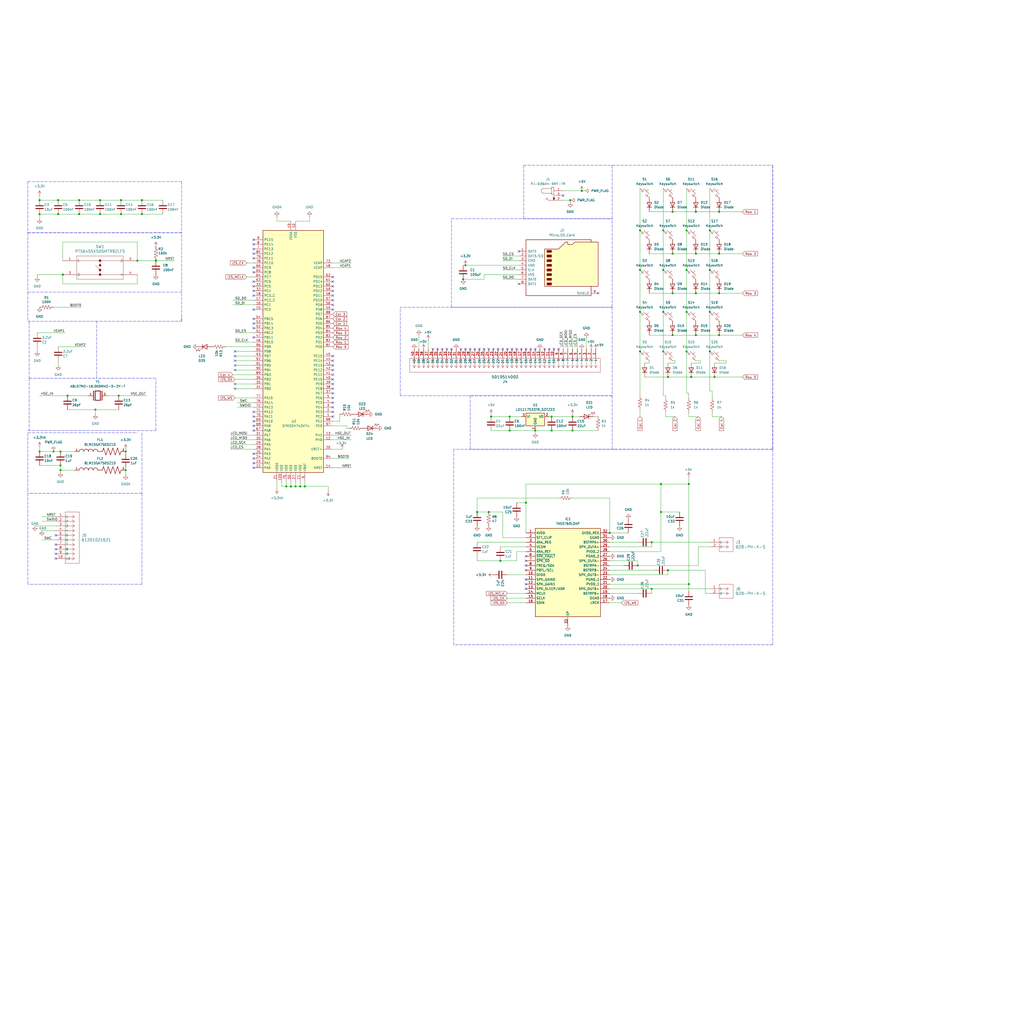
<source format=kicad_sch>
(kicad_sch (version 20231120) (generator "eeschema") (generator_version "8.0")
  (paper "User" 558.8 558.8)
  (lib_symbols
    (symbol "+3.3V_2" (power) (pin_numbers hide) (pin_names (offset 0) hide)
      (property "Value" "+3.3V" (at 0 3.556 0))
      (symbol "+3.3V_2_1_1"
        (pin power_in line (at 0 0 90) (length 0) (name "~") (number "1"))
      )
    )
    (symbol "+5V_2" (power) (pin_numbers hide) (pin_names (offset 0) hide)
      (property "Value" "+5V" (at 0 3.556 0))
      (symbol "+5V_2_1_1"
        (pin power_in line (at 0 0 90) (length 0) (name "~") (number "1"))
      )
    )
    (symbol "2024-09-26_21-43-55:5019514000" (pin_names (offset 0.254))
      (property "Reference" "J4" (at 17.78 -49.53 90))
      (property "Value" "5019514000" (at 15.24 -49.53 90))
      (symbol "5019514000_1_1"
        (pin passive line (at 0 0 0) (length 5.08) (name "1") (number "1"))
        (pin unspecified line (at 0 -22.86 0) (length 5.08) (name "10") (number "10"))
        (pin unspecified line (at 0 -25.4 0) (length 5.08) (name "11") (number "11"))
        (pin unspecified line (at 0 -27.94 0) (length 5.08) (name "12") (number "12"))
        (pin passive line (at 0 -30.48 0) (length 5.08) (name "13") (number "13"))
        (pin unspecified line (at 0 -33.02 0) (length 5.08) (name "14") (number "14"))
        (pin unspecified line (at 0 -35.56 0) (length 5.08) (name "15") (number "15"))
        (pin unspecified line (at 0 -38.1 0) (length 5.08) (name "16") (number "16"))
        (pin unspecified line (at 0 -40.64 0) (length 5.08) (name "17") (number "17"))
        (pin unspecified line (at 0 -43.18 0) (length 5.08) (name "18") (number "18"))
        (pin unspecified line (at 0 -45.72 0) (length 5.08) (name "19") (number "19"))
        (pin passive line (at 0 -2.54 0) (length 5.08) (name "2") (number "2"))
        (pin unspecified line (at 0 -48.26 0) (length 5.08) (name "20") (number "20"))
        (pin unspecified line (at 0 -50.8 0) (length 5.08) (name "21") (number "21"))
        (pin unspecified line (at 0 -53.34 0) (length 5.08) (name "22") (number "22"))
        (pin unspecified line (at 0 -55.88 0) (length 5.08) (name "23") (number "23"))
        (pin unspecified line (at 0 -58.42 0) (length 5.08) (name "24") (number "24"))
        (pin unspecified line (at 0 -60.96 0) (length 5.08) (name "25") (number "25"))
        (pin unspecified line (at 0 -63.5 0) (length 5.08) (name "26") (number "26"))
        (pin unspecified line (at 0 -66.04 0) (length 5.08) (name "27") (number "27"))
        (pin unspecified line (at 0 -68.58 0) (length 5.08) (name "28") (number "28"))
        (pin unspecified line (at 0 -71.12 0) (length 5.08) (name "29") (number "29"))
        (pin passive line (at 0 -5.08 0) (length 5.08) (name "3") (number "3"))
        (pin unspecified line (at 0 -73.66 0) (length 5.08) (name "30") (number "30"))
        (pin passive line (at 0 -76.2 0) (length 5.08) (name "31") (number "31"))
        (pin unspecified line (at 0 -78.74 0) (length 5.08) (name "32") (number "32"))
        (pin unspecified line (at 0 -81.28 0) (length 5.08) (name "33") (number "33"))
        (pin unspecified line (at 0 -83.82 0) (length 5.08) (name "34") (number "34"))
        (pin unspecified line (at 0 -86.36 0) (length 5.08) (name "35") (number "35"))
        (pin unspecified line (at 0 -88.9 0) (length 5.08) (name "36") (number "36"))
        (pin passive line (at 0 -91.44 0) (length 5.08) (name "37") (number "37"))
        (pin passive line (at 0 -93.98 0) (length 5.08) (name "38") (number "38"))
        (pin passive line (at 0 -96.52 0) (length 5.08) (name "39") (number "39"))
        (pin passive line (at 0 -7.62 0) (length 5.08) (name "4") (number "4"))
        (pin passive line (at 0 -99.06 0) (length 5.08) (name "40") (number "40"))
        (pin passive line (at 0 -10.16 0) (length 5.08) (name "5") (number "5"))
        (pin passive line (at 0 -12.7 0) (length 5.08) (name "6") (number "6"))
        (pin passive line (at 0 -15.24 0) (length 5.08) (name "7") (number "7"))
        (pin passive line (at 0 -17.78 0) (length 5.08) (name "8") (number "8"))
        (pin unspecified line (at 0 -20.32 0) (length 5.08) (name "9") (number "9"))
      )
      (symbol "5019514000_1_2"
        (pin unspecified line (at 0 0 0) (length 5.08) (name "1") (number "1"))
        (pin unspecified line (at 0 -22.86 0) (length 5.08) (name "10") (number "10"))
        (pin unspecified line (at 0 -25.4 0) (length 5.08) (name "11") (number "11"))
        (pin unspecified line (at 0 -27.94 0) (length 5.08) (name "12") (number "12"))
        (pin unspecified line (at 0 -30.48 0) (length 5.08) (name "13") (number "13"))
        (pin unspecified line (at 0 -33.02 0) (length 5.08) (name "14") (number "14"))
        (pin unspecified line (at 0 -35.56 0) (length 5.08) (name "15") (number "15"))
        (pin unspecified line (at 0 -38.1 0) (length 5.08) (name "16") (number "16"))
        (pin unspecified line (at 0 -40.64 0) (length 5.08) (name "17") (number "17"))
        (pin unspecified line (at 0 -43.18 0) (length 5.08) (name "18") (number "18"))
        (pin unspecified line (at 0 -45.72 0) (length 5.08) (name "19") (number "19"))
        (pin unspecified line (at 0 -2.54 0) (length 5.08) (name "2") (number "2"))
        (pin unspecified line (at 0 -48.26 0) (length 5.08) (name "20") (number "20"))
        (pin unspecified line (at 0 -50.8 0) (length 5.08) (name "21") (number "21"))
        (pin unspecified line (at 0 -53.34 0) (length 5.08) (name "22") (number "22"))
        (pin unspecified line (at 0 -55.88 0) (length 5.08) (name "23") (number "23"))
        (pin unspecified line (at 0 -58.42 0) (length 5.08) (name "24") (number "24"))
        (pin unspecified line (at 0 -60.96 0) (length 5.08) (name "25") (number "25"))
        (pin unspecified line (at 0 -63.5 0) (length 5.08) (name "26") (number "26"))
        (pin unspecified line (at 0 -66.04 0) (length 5.08) (name "27") (number "27"))
        (pin unspecified line (at 0 -68.58 0) (length 5.08) (name "28") (number "28"))
        (pin unspecified line (at 0 -71.12 0) (length 5.08) (name "29") (number "29"))
        (pin unspecified line (at 0 -5.08 0) (length 5.08) (name "3") (number "3"))
        (pin unspecified line (at 0 -73.66 0) (length 5.08) (name "30") (number "30"))
        (pin unspecified line (at 0 -76.2 0) (length 5.08) (name "31") (number "31"))
        (pin unspecified line (at 0 -78.74 0) (length 5.08) (name "32") (number "32"))
        (pin unspecified line (at 0 -81.28 0) (length 5.08) (name "33") (number "33"))
        (pin unspecified line (at 0 -83.82 0) (length 5.08) (name "34") (number "34"))
        (pin unspecified line (at 0 -86.36 0) (length 5.08) (name "35") (number "35"))
        (pin unspecified line (at 0 -88.9 0) (length 5.08) (name "36") (number "36"))
        (pin unspecified line (at 0 -91.44 0) (length 5.08) (name "37") (number "37"))
        (pin unspecified line (at 0 -93.98 0) (length 5.08) (name "38") (number "38"))
        (pin unspecified line (at 0 -96.52 0) (length 5.08) (name "39") (number "39"))
        (pin unspecified line (at 0 -7.62 0) (length 5.08) (name "4") (number "4"))
        (pin unspecified line (at 0 -99.06 0) (length 5.08) (name "40") (number "40"))
        (pin unspecified line (at 0 -10.16 0) (length 5.08) (name "5") (number "5"))
        (pin unspecified line (at 0 -12.7 0) (length 5.08) (name "6") (number "6"))
        (pin unspecified line (at 0 -15.24 0) (length 5.08) (name "7") (number "7"))
        (pin unspecified line (at 0 -17.78 0) (length 5.08) (name "8") (number "8"))
        (pin unspecified line (at 0 -20.32 0) (length 5.08) (name "9") (number "9"))
      )
    )
    (symbol "2024-09-27_18-41-52:61201021621" (pin_names (offset 0.254))
      (property "Reference" "J5" (at 13.97 -10.1599 0))
      (property "Value" "61201021621" (at 13.97 -12.6999 0))
      (symbol "61201021621_1_1"
        (pin passive line (at 0 0 0) (length 5.08) (name "1") (number "1"))
        (pin unspecified line (at 0 -22.86 0) (length 5.08) (name "10") (number "10"))
        (pin passive line (at 0 -2.54 0) (length 5.08) (name "2") (number "2"))
        (pin passive line (at 0 -5.08 0) (length 5.08) (name "3") (number "3"))
        (pin passive line (at 0 -7.62 0) (length 5.08) (name "4") (number "4"))
        (pin passive line (at 0 -10.16 0) (length 5.08) (name "5") (number "5"))
        (pin passive line (at 0 -12.7 0) (length 5.08) (name "6") (number "6"))
        (pin unspecified line (at 0 -15.24 0) (length 5.08) (name "7") (number "7"))
        (pin unspecified line (at 0 -17.78 0) (length 5.08) (name "8") (number "8"))
        (pin unspecified line (at 0 -20.32 0) (length 5.08) (name "9") (number "9"))
      )
      (symbol "61201021621_1_2"
        (pin unspecified line (at 0 0 0) (length 5.08) (name "1") (number "1"))
        (pin unspecified line (at 0 -22.86 0) (length 5.08) (name "10") (number "10"))
        (pin unspecified line (at 0 -2.54 0) (length 5.08) (name "2") (number "2"))
        (pin unspecified line (at 0 -5.08 0) (length 5.08) (name "3") (number "3"))
        (pin unspecified line (at 0 -7.62 0) (length 5.08) (name "4") (number "4"))
        (pin unspecified line (at 0 -10.16 0) (length 5.08) (name "5") (number "5"))
        (pin unspecified line (at 0 -12.7 0) (length 5.08) (name "6") (number "6"))
        (pin unspecified line (at 0 -15.24 0) (length 5.08) (name "7") (number "7"))
        (pin unspecified line (at 0 -17.78 0) (length 5.08) (name "8") (number "8"))
        (pin unspecified line (at 0 -20.32 0) (length 5.08) (name "9") (number "9"))
      )
    )
    (symbol "ABLS7M2-16.000MHZ-D-2Y-T:ABLS7M2-16.000MHZ-D-2Y-T" (pin_names (offset 1.016))
      (property "Reference" "Y" (at -5.0878 3.8159 0))
      (property "Value" "ABLS7M2-16.000MHZ-D-2Y-T" (at -5.0944 -5.0944 0))
      (symbol "ABLS7M2-16.000MHZ-D-2Y-T_0_0"
        (pin passive line (at -5.08 0 0) (length 2.54) (name "~") (number "1"))
        (pin passive line (at 5.08 0 180) (length 2.54) (name "~") (number "2"))
      )
    )
    (symbol "B2B-PH-K-S:B2B-PH-K-S" (pin_names (offset 0.254))
      (property "Reference" "J" (at 8.89 6.35 0))
      (property "Value" "B2B-PH-K-S" (at 0 0 0))
      (symbol "B2B-PH-K-S_1_1"
        (pin unspecified line (at 0 0 0) (length 5.08) (name "1") (number "1"))
        (pin unspecified line (at 0 -2.54 0) (length 5.08) (name "2") (number "2"))
      )
      (symbol "B2B-PH-K-S_1_2"
        (pin unspecified line (at 0 0 0) (length 5.08) (name "1") (number "1"))
        (pin unspecified line (at 0 -2.54 0) (length 5.08) (name "2") (number "2"))
      )
    )
    (symbol "BLM15GA750SZ1D:BLM15GA750SZ1D" (pin_names (offset 1.016))
      (property "Reference" "FL" (at -12.7044 5.0815 0))
      (property "Value" "BLM15GA750SZ1D" (at -12.71 -5.0866 0))
      (symbol "BLM15GA750SZ1D_0_0"
        (pin passive line (at -15.24 0 0) (length 2.54) (name "~") (number "1"))
        (pin passive line (at 12.7 0 180) (length 2.54) (name "~") (number "2"))
      )
    )
    (symbol "Connector:Micro_SD_Card" (pin_names (offset 1.016))
      (property "Reference" "J" (at -16.51 15.24 0))
      (property "Value" "Micro_SD_Card" (at 16.51 15.24 0))
      (symbol "Micro_SD_Card_1_1"
        (pin bidirectional line (at -22.86 7.62 0) (length 3.81) (name "DAT2") (number "1"))
        (pin bidirectional line (at -22.86 5.08 0) (length 3.81) (name "DAT3/CD") (number "2"))
        (pin input line (at -22.86 2.54 0) (length 3.81) (name "CMD") (number "3"))
        (pin power_in line (at -22.86 0 0) (length 3.81) (name "VDD") (number "4"))
        (pin input line (at -22.86 -2.54 0) (length 3.81) (name "CLK") (number "5"))
        (pin power_in line (at -22.86 -5.08 0) (length 3.81) (name "VSS") (number "6"))
        (pin bidirectional line (at -22.86 -7.62 0) (length 3.81) (name "DAT0") (number "7"))
        (pin bidirectional line (at -22.86 -10.16 0) (length 3.81) (name "DAT1") (number "8"))
        (pin passive line (at 20.32 -15.24 180) (length 3.81) (name "SHIELD") (number "9"))
      )
    )
    (symbol "Device:C" (pin_numbers hide) (pin_names (offset 0.254))
      (property "Reference" "C" (at 0.635 2.54 0))
      (property "Value" "C" (at 0.635 -2.54 0))
      (symbol "C_1_1"
        (pin passive line (at 0 3.81 270) (length 2.794) (name "~") (number "1"))
        (pin passive line (at 0 -3.81 90) (length 2.794) (name "~") (number "2"))
      )
    )
    (symbol "Device:LED" (pin_numbers hide) (pin_names (offset 1.016) hide)
      (property "Reference" "D" (at 0 2.54 0))
      (property "Value" "LED" (at 0 -2.54 0))
      (symbol "LED_1_1"
        (pin passive line (at -3.81 0 0) (length 2.54) (name "K") (number "1"))
        (pin passive line (at 3.81 0 180) (length 2.54) (name "A") (number "2"))
      )
    )
    (symbol "Device:R_US" (pin_numbers hide) (pin_names (offset 0))
      (property "Reference" "R" (at 2.54 0 90))
      (property "Value" "R_US" (at -2.54 0 90))
      (symbol "R_US_1_1"
        (pin passive line (at 0 3.81 270) (length 1.27) (name "~") (number "1"))
        (pin passive line (at 0 -3.81 90) (length 1.27) (name "~") (number "2"))
      )
    )
    (symbol "LD1117S33TR_SOT223_1"
      (property "Reference" "U" (at -3.81 3.175 0))
      (property "Value" "LD1117S33TR_SOT223" (at 0 3.175 0))
      (symbol "LD1117S33TR_SOT223_1_1_1"
        (pin power_in line (at 0 -7.62 90) (length 2.54) (name "GND") (number "1"))
        (pin power_out line (at 7.62 0 180) (length 2.54) (name "VO") (number "2"))
        (pin power_in line (at -7.62 0 0) (length 2.54) (name "VI") (number "3"))
      )
    )
    (symbol "MCU_ST_STM32H7:STM32H743VITx"
      (property "Reference" "U" (at -15.24 67.31 0))
      (property "Value" "STM32H743VITx" (at 12.7 67.31 0))
      (symbol "STM32H743VITx_1_1"
        (pin bidirectional line (at -20.32 35.56 0) (length 5.08) (name "PE2") (number "1"))
        (pin power_in line (at 0 -71.12 90) (length 5.08) (name "VSS") (number "10"))
        (pin power_in line (at 7.62 71.12 270) (length 5.08) (name "VDD") (number "100"))
        (pin power_in line (at -2.54 71.12 270) (length 5.08) (name "VDD") (number "11"))
        (pin bidirectional line (at -20.32 48.26 0) (length 5.08) (name "PH0") (number "12"))
        (pin bidirectional line (at -20.32 45.72 0) (length 5.08) (name "PH1") (number "13"))
        (pin input line (at -20.32 63.5 0) (length 5.08) (name "NRST") (number "14"))
        (pin bidirectional line (at 22.86 -22.86 180) (length 5.08) (name "PC0") (number "15"))
        (pin bidirectional line (at 22.86 -25.4 180) (length 5.08) (name "PC1") (number "16"))
        (pin bidirectional line (at 22.86 -27.94 180) (length 5.08) (name "PC2_C") (number "17"))
        (pin bidirectional line (at 22.86 -30.48 180) (length 5.08) (name "PC3_C") (number "18"))
        (pin power_in line (at 2.54 -71.12 90) (length 5.08) (name "VSSA") (number "19"))
        (pin bidirectional line (at -20.32 33.02 0) (length 5.08) (name "PE3") (number "2"))
        (pin input line (at -20.32 53.34 0) (length 5.08) (name "VREF+") (number "20"))
        (pin power_in line (at 10.16 71.12 270) (length 5.08) (name "VDDA") (number "21"))
        (pin bidirectional line (at 22.86 63.5 180) (length 5.08) (name "PA0") (number "22"))
        (pin bidirectional line (at 22.86 60.96 180) (length 5.08) (name "PA1") (number "23"))
        (pin bidirectional line (at 22.86 58.42 180) (length 5.08) (name "PA2") (number "24"))
        (pin bidirectional line (at 22.86 55.88 180) (length 5.08) (name "PA3") (number "25"))
        (pin passive line (at 0 -71.12 90) (length 5.08) hide (name "VSS") (number "26"))
        (pin power_in line (at 0 71.12 270) (length 5.08) (name "VDD") (number "27"))
        (pin bidirectional line (at 22.86 53.34 180) (length 5.08) (name "PA4") (number "28"))
        (pin bidirectional line (at 22.86 50.8 180) (length 5.08) (name "PA5") (number "29"))
        (pin bidirectional line (at -20.32 30.48 0) (length 5.08) (name "PE4") (number "3"))
        (pin bidirectional line (at 22.86 48.26 180) (length 5.08) (name "PA6") (number "30"))
        (pin bidirectional line (at 22.86 45.72 180) (length 5.08) (name "PA7") (number "31"))
        (pin bidirectional line (at 22.86 -33.02 180) (length 5.08) (name "PC4") (number "32"))
        (pin bidirectional line (at 22.86 -35.56 180) (length 5.08) (name "PC5") (number "33"))
        (pin bidirectional line (at 22.86 20.32 180) (length 5.08) (name "PB0") (number "34"))
        (pin bidirectional line (at 22.86 17.78 180) (length 5.08) (name "PB1") (number "35"))
        (pin bidirectional line (at 22.86 15.24 180) (length 5.08) (name "PB2") (number "36"))
        (pin bidirectional line (at -20.32 22.86 0) (length 5.08) (name "PE7") (number "37"))
        (pin bidirectional line (at -20.32 20.32 0) (length 5.08) (name "PE8") (number "38"))
        (pin bidirectional line (at -20.32 17.78 0) (length 5.08) (name "PE9") (number "39"))
        (pin bidirectional line (at -20.32 27.94 0) (length 5.08) (name "PE5") (number "4"))
        (pin bidirectional line (at -20.32 15.24 0) (length 5.08) (name "PE10") (number "40"))
        (pin bidirectional line (at -20.32 12.7 0) (length 5.08) (name "PE11") (number "41"))
        (pin bidirectional line (at -20.32 10.16 0) (length 5.08) (name "PE12") (number "42"))
        (pin bidirectional line (at -20.32 7.62 0) (length 5.08) (name "PE13") (number "43"))
        (pin bidirectional line (at -20.32 5.08 0) (length 5.08) (name "PE14") (number "44"))
        (pin bidirectional line (at -20.32 2.54 0) (length 5.08) (name "PE15") (number "45"))
        (pin bidirectional line (at 22.86 -5.08 180) (length 5.08) (name "PB10") (number "46"))
        (pin bidirectional line (at 22.86 -7.62 180) (length 5.08) (name "PB11") (number "47"))
        (pin power_out line (at -20.32 -45.72 0) (length 5.08) (name "VCAP") (number "48"))
        (pin passive line (at 0 -71.12 90) (length 5.08) hide (name "VSS") (number "49"))
        (pin bidirectional line (at -20.32 25.4 0) (length 5.08) (name "PE6") (number "5"))
        (pin power_in line (at 2.54 71.12 270) (length 5.08) (name "VDD") (number "50"))
        (pin bidirectional line (at 22.86 -10.16 180) (length 5.08) (name "PB12") (number "51"))
        (pin bidirectional line (at 22.86 -12.7 180) (length 5.08) (name "PB13") (number "52"))
        (pin bidirectional line (at 22.86 -15.24 180) (length 5.08) (name "PB14") (number "53"))
        (pin bidirectional line (at 22.86 -17.78 180) (length 5.08) (name "PB15") (number "54"))
        (pin bidirectional line (at -20.32 -22.86 0) (length 5.08) (name "PD8") (number "55"))
        (pin bidirectional line (at -20.32 -25.4 0) (length 5.08) (name "PD9") (number "56"))
        (pin bidirectional line (at -20.32 -27.94 0) (length 5.08) (name "PD10") (number "57"))
        (pin bidirectional line (at -20.32 -30.48 0) (length 5.08) (name "PD11") (number "58"))
        (pin bidirectional line (at -20.32 -33.02 0) (length 5.08) (name "PD12") (number "59"))
        (pin power_in line (at -5.08 71.12 270) (length 5.08) (name "VBAT") (number "6"))
        (pin bidirectional line (at -20.32 -35.56 0) (length 5.08) (name "PD13") (number "60"))
        (pin bidirectional line (at -20.32 -38.1 0) (length 5.08) (name "PD14") (number "61"))
        (pin bidirectional line (at -20.32 -40.64 0) (length 5.08) (name "PD15") (number "62"))
        (pin bidirectional line (at 22.86 -38.1 180) (length 5.08) (name "PC6") (number "63"))
        (pin bidirectional line (at 22.86 -40.64 180) (length 5.08) (name "PC7") (number "64"))
        (pin bidirectional line (at 22.86 -43.18 180) (length 5.08) (name "PC8") (number "65"))
        (pin bidirectional line (at 22.86 -45.72 180) (length 5.08) (name "PC9") (number "66"))
        (pin bidirectional line (at 22.86 43.18 180) (length 5.08) (name "PA8") (number "67"))
        (pin bidirectional line (at 22.86 40.64 180) (length 5.08) (name "PA9") (number "68"))
        (pin bidirectional line (at 22.86 38.1 180) (length 5.08) (name "PA10") (number "69"))
        (pin bidirectional line (at 22.86 -55.88 180) (length 5.08) (name "PC13") (number "7"))
        (pin bidirectional line (at 22.86 35.56 180) (length 5.08) (name "PA11") (number "70"))
        (pin bidirectional line (at 22.86 33.02 180) (length 5.08) (name "PA12") (number "71"))
        (pin bidirectional line (at 22.86 30.48 180) (length 5.08) (name "PA13") (number "72"))
        (pin power_out line (at -20.32 -48.26 0) (length 5.08) (name "VCAP") (number "73"))
        (pin passive line (at 0 -71.12 90) (length 5.08) hide (name "VSS") (number "74"))
        (pin power_in line (at 5.08 71.12 270) (length 5.08) (name "VDD") (number "75"))
        (pin bidirectional line (at 22.86 27.94 180) (length 5.08) (name "PA14") (number "76"))
        (pin bidirectional line (at 22.86 25.4 180) (length 5.08) (name "PA15") (number "77"))
        (pin bidirectional line (at 22.86 -48.26 180) (length 5.08) (name "PC10") (number "78"))
        (pin bidirectional line (at 22.86 -50.8 180) (length 5.08) (name "PC11") (number "79"))
        (pin bidirectional line (at 22.86 -58.42 180) (length 5.08) (name "PC14") (number "8"))
        (pin bidirectional line (at 22.86 -53.34 180) (length 5.08) (name "PC12") (number "80"))
        (pin bidirectional line (at -20.32 -2.54 0) (length 5.08) (name "PD0") (number "81"))
        (pin bidirectional line (at -20.32 -5.08 0) (length 5.08) (name "PD1") (number "82"))
        (pin bidirectional line (at -20.32 -7.62 0) (length 5.08) (name "PD2") (number "83"))
        (pin bidirectional line (at -20.32 -10.16 0) (length 5.08) (name "PD3") (number "84"))
        (pin bidirectional line (at -20.32 -12.7 0) (length 5.08) (name "PD4") (number "85"))
        (pin bidirectional line (at -20.32 -15.24 0) (length 5.08) (name "PD5") (number "86"))
        (pin bidirectional line (at -20.32 -17.78 0) (length 5.08) (name "PD6") (number "87"))
        (pin bidirectional line (at -20.32 -20.32 0) (length 5.08) (name "PD7") (number "88"))
        (pin bidirectional line (at 22.86 12.7 180) (length 5.08) (name "PB3") (number "89"))
        (pin bidirectional line (at 22.86 -60.96 180) (length 5.08) (name "PC15") (number "9"))
        (pin bidirectional line (at 22.86 10.16 180) (length 5.08) (name "PB4") (number "90"))
        (pin bidirectional line (at 22.86 7.62 180) (length 5.08) (name "PB5") (number "91"))
        (pin bidirectional line (at 22.86 5.08 180) (length 5.08) (name "PB6") (number "92"))
        (pin bidirectional line (at 22.86 2.54 180) (length 5.08) (name "PB7") (number "93"))
        (pin input line (at -20.32 58.42 0) (length 5.08) (name "BOOT0") (number "94"))
        (pin bidirectional line (at 22.86 0 180) (length 5.08) (name "PB8") (number "95"))
        (pin bidirectional line (at 22.86 -2.54 180) (length 5.08) (name "PB9") (number "96"))
        (pin bidirectional line (at -20.32 40.64 0) (length 5.08) (name "PE0") (number "97"))
        (pin bidirectional line (at -20.32 38.1 0) (length 5.08) (name "PE1") (number "98"))
        (pin passive line (at 0 -71.12 90) (length 5.08) hide (name "VSS") (number "99"))
      )
    )
    (symbol "PJ-036AH-SMT-TR:PJ-036AH-SMT-TR" (pin_names (offset 1.016))
      (property "Reference" "J" (at -7.6213 5.0809 0))
      (property "Value" "PJ-036AH-SMT-TR" (at -7.622 -5.0813 0))
      (symbol "PJ-036AH-SMT-TR_0_0"
        (pin passive line (at 5.08 2.54 180) (length 5.08) (name "~") (number "1"))
        (pin passive line (at 5.08 -2.54 180) (length 5.08) (name "~") (number "2"))
        (pin passive line (at 5.08 0 180) (length 5.08) (name "~") (number "3"))
      )
    )
    (symbol "ScottoKeebs:Placeholder_Diode" (pin_numbers hide) (pin_names hide)
      (property "Reference" "D" (at 0 2.54 0))
      (property "Value" "Diode" (at 0 -2.54 0))
      (symbol "Placeholder_Diode_1_1"
        (pin passive line (at -3.81 0 0) (length 2.54) (name "K") (number "1"))
        (pin passive line (at 3.81 0 180) (length 2.54) (name "A") (number "2"))
      )
    )
    (symbol "ScottoKeebs:Placeholder_Keyswitch" (pin_numbers hide) (pin_names (offset 1.016) hide)
      (property "Reference" "S" (at 3.048 1.016 0))
      (property "Value" "Keyswitch" (at 0 -3.81 0))
      (symbol "Placeholder_Keyswitch_0_1"
        (pin passive line (at -2.54 2.54 0) (length 0) (name "1") (number "1"))
        (pin passive line (at 2.54 -2.54 180) (length 0) (name "2") (number "2"))
      )
    )
    (symbol "TAS5760LDAP:TAS5760LDAP"
      (property "Reference" "IC" (at 41.91 7.62 0))
      (property "Value" "TAS5760LDAP" (at 41.91 5.08 0))
      (symbol "TAS5760LDAP_1_1"
        (pin passive line (at 0 0 0) (length 5.08) (name "AVDD") (number "1"))
        (pin passive line (at 0 -22.86 0) (length 5.08) (name "DVDD") (number "10"))
        (pin passive line (at 0 -25.4 0) (length 5.08) (name "SPK_GAIN0") (number "11"))
        (pin passive line (at 0 -27.94 0) (length 5.08) (name "SPK_GAIN1") (number "12"))
        (pin passive line (at 0 -30.48 0) (length 5.08) (name "SPK_SLEEP/ADR") (number "13"))
        (pin passive line (at 0 -33.02 0) (length 5.08) (name "MCLK") (number "14"))
        (pin passive line (at 0 -35.56 0) (length 5.08) (name "SCLK") (number "15"))
        (pin passive line (at 0 -38.1 0) (length 5.08) (name "SDIN") (number "16"))
        (pin passive line (at 45.72 -38.1 180) (length 5.08) (name "LRCK") (number "17"))
        (pin passive line (at 45.72 -35.56 180) (length 5.08) (name "DGND") (number "18"))
        (pin passive line (at 45.72 -33.02 180) (length 5.08) (name "BSTRPB+") (number "19"))
        (pin passive line (at 0 -2.54 0) (length 5.08) (name "SFT_CLIP") (number "2"))
        (pin passive line (at 45.72 -30.48 180) (length 5.08) (name "SPK_OUTB+") (number "20"))
        (pin passive line (at 45.72 -27.94 180) (length 5.08) (name "PVDD_1") (number "21"))
        (pin passive line (at 45.72 -25.4 180) (length 5.08) (name "PGND_1") (number "22"))
        (pin passive line (at 45.72 -22.86 180) (length 5.08) (name "SPK_OUTB-") (number "23"))
        (pin passive line (at 45.72 -20.32 180) (length 5.08) (name "BSTRPB-") (number "24"))
        (pin passive line (at 45.72 -17.78 180) (length 5.08) (name "BSTRPA-") (number "25"))
        (pin passive line (at 45.72 -15.24 180) (length 5.08) (name "SPK_OUTA-") (number "26"))
        (pin passive line (at 45.72 -12.7 180) (length 5.08) (name "PGND_2") (number "27"))
        (pin passive line (at 45.72 -10.16 180) (length 5.08) (name "PVDD_2") (number "28"))
        (pin passive line (at 45.72 -7.62 180) (length 5.08) (name "SPK_OUTA+") (number "29"))
        (pin passive line (at 0 -5.08 0) (length 5.08) (name "ANA_REG") (number "3"))
        (pin passive line (at 45.72 -5.08 180) (length 5.08) (name "BSTRPA+") (number "30"))
        (pin passive line (at 45.72 -2.54 180) (length 5.08) (name "GGND") (number "31"))
        (pin passive line (at 45.72 0 180) (length 5.08) (name "GVDD_REG") (number "32"))
        (pin passive line (at 22.86 -50.8 90) (length 5.08) (name "EP") (number "33"))
        (pin passive line (at 0 -7.62 0) (length 5.08) (name "VCOM") (number "4"))
        (pin passive line (at 0 -10.16 0) (length 5.08) (name "ANA_REF") (number "5"))
        (pin passive line (at 0 -12.7 0) (length 5.08) (name "~{SPK_FAULT}") (number "6"))
        (pin passive line (at 0 -15.24 0) (length 5.08) (name "~{SPK_SD}") (number "7"))
        (pin passive line (at 0 -17.78 0) (length 5.08) (name "FREQ/SDA") (number "8"))
        (pin passive line (at 0 -20.32 0) (length 5.08) (name "PBTL/SCL") (number "9"))
      )
    )
    (symbol "custom button:PTS645SK50SMTR92LFS" (pin_names (offset 0.254))
      (property "Reference" "SW" (at 20.32 7.62 0))
      (property "Value" "PTS645SK50SMTR92LFS" (at 20.32 5.08 0))
      (symbol "PTS645SK50SMTR92LFS_0_1"
        (pin unspecified line (at 0 0 0) (length 7.62) (name "1") (number "1"))
        (pin unspecified line (at 40.64 0 180) (length 7.62) (name "2") (number "2"))
        (pin unspecified line (at 0 -7.62 0) (length 7.62) (name "3") (number "3"))
        (pin unspecified line (at 40.64 -7.62 180) (length 7.62) (name "4") (number "4"))
      )
    )
    (symbol "power:+3.3V" (power) (pin_numbers hide) (pin_names (offset 0) hide)
      (property "Value" "+3.3V" (at 0 3.556 0))
      (symbol "+3.3V_1_1"
        (pin power_in line (at 0 0 90) (length 0) (name "~") (number "1"))
      )
    )
    (symbol "power:+3.3VA" (power) (pin_numbers hide) (pin_names (offset 0) hide)
      (property "Value" "+3.3VA" (at 0 3.556 0))
      (symbol "+3.3VA_1_1"
        (pin power_in line (at 0 0 90) (length 0) (name "~") (number "1"))
      )
    )
    (symbol "power:+5V" (power) (pin_numbers hide) (pin_names (offset 0) hide)
      (property "Value" "+5V" (at 0 3.556 0))
      (symbol "+5V_1_1"
        (pin power_in line (at 0 0 90) (length 0) (name "~") (number "1"))
      )
    )
    (symbol "power:GND" (power) (pin_numbers hide) (pin_names (offset 0) hide)
      (property "Value" "GND" (at 0 -3.81 0))
      (symbol "GND_1_1"
        (pin power_in line (at 0 0 270) (length 0) (name "~") (number "1"))
      )
    )
    (symbol "power:PWR_FLAG" (power) (pin_numbers hide) (pin_names (offset 0) hide)
      (property "Value" "PWR_FLAG" (at 0 3.81 0))
      (symbol "PWR_FLAG_0_0"
        (pin power_out line (at 0 0 90) (length 0) (name "~") (number "1"))
      )
    )
  )
  (junction (at 21.59 109.22))
  (junction (at 29.21 246.38))
  (junction (at 166.37 265.43))
  (junction (at 34.29 149.86))
  (junction (at 349.25 147.32))
  (junction (at 364.49 205.74))
  (junction (at 77.47 109.22))
  (junction (at 361.95 191.77))
  (junction (at 355.6 321.31))
  (junction (at 66.04 116.84))
  (junction (at 349.25 170.18))
  (junction (at 387.35 170.18))
  (junction (at 374.65 170.18))
  (junction (at 349.25 191.77))
  (junction (at 379.73 138.43))
  (junction (at 66.04 109.22))
  (junction (at 387.35 191.77))
  (junction (at 273.05 306.07))
  (junction (at 278.13 234.95))
  (junction (at 287.02 274.32))
  (junction (at 266.7 279.4))
  (junction (at 361.95 170.18))
  (junction (at 392.43 138.43))
  (junction (at 278.13 227.33))
  (junction (at 52.07 223.52))
  (junction (at 379.73 115.57))
  (junction (at 374.65 125.73))
  (junction (at 252.73 152.4))
  (junction (at 392.43 115.57))
  (junction (at 36.83 215.9))
  (junction (at 163.83 265.43))
  (junction (at 349.25 125.73))
  (junction (at 361.95 147.32))
  (junction (at 43.18 109.22))
  (junction (at 54.61 109.22))
  (junction (at 31.75 109.22))
  (junction (at 312.42 234.95))
  (junction (at 367.03 115.57))
  (junction (at 21.59 116.84))
  (junction (at 85.09 142.24))
  (junction (at 161.29 265.43))
  (junction (at 379.73 160.02))
  (junction (at 74.93 142.24))
  (junction (at 158.75 265.43))
  (junction (at 389.89 205.74))
  (junction (at 347.98 308.61))
  (junction (at 332.74 290.83))
  (junction (at 392.43 160.02))
  (junction (at 33.02 256.54))
  (junction (at 377.19 205.74))
  (junction (at 267.97 227.33))
  (junction (at 156.21 265.43))
  (junction (at 361.95 125.73))
  (junction (at 374.65 147.32))
  (junction (at 21.59 246.38))
  (junction (at 375.92 318.77))
  (junction (at 312.42 227.33))
  (junction (at 68.58 246.38))
  (junction (at 379.73 182.88))
  (junction (at 387.35 125.73))
  (junction (at 360.68 279.4))
  (junction (at 292.1 234.95))
  (junction (at 77.47 116.84))
  (junction (at 387.35 147.32))
  (junction (at 300.99 227.33))
  (junction (at 33.02 254))
  (junction (at 54.61 116.84))
  (junction (at 360.68 264.16))
  (junction (at 364.49 311.15))
  (junction (at 31.75 116.84))
  (junction (at 43.18 116.84))
  (junction (at 68.58 256.54))
  (junction (at 254 144.78))
  (junction (at 374.65 191.77))
  (junction (at 392.43 182.88))
  (junction (at 375.92 264.16))
  (junction (at 367.03 160.02))
  (junction (at 33.02 246.38))
  (junction (at 311.15 109.22))
  (junction (at 317.5 104.14))
  (junction (at 355.6 295.91))
  (junction (at 367.03 182.88))
  (junction (at 260.35 279.4))
  (junction (at 367.03 138.43))
  (junction (at 300.99 234.95))
  (junction (at 64.77 215.9))
  (no_connect (at 281.94 190.5))
  (no_connect (at 30.48 292.1))
  (no_connect (at 297.18 190.5))
  (no_connect (at 181.61 153.67))
  (no_connect (at 138.43 158.75))
  (no_connect (at 128.27 196.85))
  (no_connect (at 181.61 222.25))
  (no_connect (at 276.86 190.5))
  (no_connect (at 287.02 303.53))
  (no_connect (at 243.84 190.5))
  (no_connect (at 138.43 184.15))
  (no_connect (at 259.08 190.5))
  (no_connect (at 30.48 304.8))
  (no_connect (at 283.21 154.94))
  (no_connect (at 128.27 212.09))
  (no_connect (at 181.61 217.17))
  (no_connect (at 138.43 133.35))
  (no_connect (at 264.16 190.5))
  (no_connect (at 128.27 199.39))
  (no_connect (at 287.02 190.5))
  (no_connect (at 138.43 173.99))
  (no_connect (at 138.43 161.29))
  (no_connect (at 181.61 194.31))
  (no_connect (at 299.72 190.5))
  (no_connect (at 138.43 146.05))
  (no_connect (at 287.02 318.77))
  (no_connect (at 181.61 156.21))
  (no_connect (at 181.61 166.37))
  (no_connect (at 287.02 321.31))
  (no_connect (at 304.8 190.5))
  (no_connect (at 238.76 190.5))
  (no_connect (at 181.61 204.47))
  (no_connect (at 236.22 190.5))
  (no_connect (at 138.43 255.27))
  (no_connect (at 128.27 209.55))
  (no_connect (at 283.21 137.16))
  (no_connect (at 30.48 302.26))
  (no_connect (at 138.43 252.73))
  (no_connect (at 138.43 156.21))
  (no_connect (at 138.43 176.53))
  (no_connect (at 181.61 207.01))
  (no_connect (at 138.43 229.87))
  (no_connect (at 246.38 190.5))
  (no_connect (at 269.24 190.5))
  (no_connect (at 181.61 224.79))
  (no_connect (at 289.56 190.5))
  (no_connect (at 138.43 135.89))
  (no_connect (at 181.61 214.63))
  (no_connect (at 181.61 212.09))
  (no_connect (at 181.61 199.39))
  (no_connect (at 138.43 130.81))
  (no_connect (at 138.43 250.19))
  (no_connect (at 266.7 190.5))
  (no_connect (at 287.02 311.15))
  (no_connect (at 138.43 247.65))
  (no_connect (at 30.48 299.72))
  (no_connect (at 181.61 227.33))
  (no_connect (at 287.02 308.61))
  (no_connect (at 138.43 234.95))
  (no_connect (at 138.43 140.97))
  (no_connect (at 181.61 163.83))
  (no_connect (at 284.48 190.5))
  (no_connect (at 302.26 190.5))
  (no_connect (at 138.43 148.59))
  (no_connect (at 128.27 191.77))
  (no_connect (at 287.02 306.07))
  (no_connect (at 138.43 179.07))
  (no_connect (at 181.61 151.13))
  (no_connect (at 181.61 209.55))
  (no_connect (at 254 190.5))
  (no_connect (at 138.43 227.33))
  (no_connect (at 307.34 106.68))
  (no_connect (at 181.61 201.93))
  (no_connect (at 181.61 219.71))
  (no_connect (at 181.61 168.91))
  (no_connect (at 138.43 153.67))
  (no_connect (at 128.27 201.93))
  (no_connect (at 271.78 190.5))
  (no_connect (at 181.61 158.75))
  (no_connect (at 30.48 297.18))
  (no_connect (at 287.02 316.23))
  (no_connect (at 138.43 138.43))
  (no_connect (at 292.1 190.5))
  (no_connect (at 138.43 224.79))
  (no_connect (at 181.61 161.29))
  (no_connect (at 274.32 190.5))
  (no_connect (at 256.54 190.5))
  (no_connect (at 326.39 160.02))
  (no_connect (at 138.43 168.91))
  (no_connect (at 241.3 190.5))
  (no_connect (at 261.62 190.5))
  (no_connect (at 251.46 190.5))
  (no_connect (at 279.4 190.5))
  (no_connect (at 181.61 196.85))
  (no_connect (at 128.27 194.31))
  (no_connect (at 138.43 232.41))
  (polyline (pts (xy 334.01 215.9) (xy 334.01 245.11)) (stroke (width 0) (type dash)))
  (wire (pts (xy 273.05 298.45) (xy 287.02 298.45)))
  (wire (pts (xy 158.75 120.65) (xy 151.13 120.65)))
  (wire (pts (xy 34.29 149.86) (xy 20.32 149.86)))
  (wire (pts (xy 31.75 196.85) (xy 31.75 199.39)))
  (wire (pts (xy 276.86 328.93) (xy 287.02 328.93)))
  (wire (pts (xy 389.89 198.12) (xy 396.24 198.12)))
  (wire (pts (xy 360.68 264.16) (xy 360.68 279.4)))
  (wire (pts (xy 185.42 229.87) (xy 181.61 229.87)))
  (wire (pts (xy 276.86 326.39) (xy 287.02 326.39)))
  (wire (pts (xy 36.83 215.9) (xy 48.26 215.9)))
  (wire (pts (xy 312.42 271.78) (xy 332.74 271.78)))
  (polyline (pts (xy 421.64 245.11) (xy 421.64 351.79)) (stroke (width 0) (type dash)))
  (wire (pts (xy 332.74 321.31) (xy 355.6 321.31)))
  (polyline (pts (xy 52.07 175.26) (xy 99.06 175.26)) (stroke (width 0) (type dash)))
  (wire (pts (xy 349.25 223.52) (xy 349.25 227.33)))
  (wire (pts (xy 355.6 321.31) (xy 387.35 321.31)))
  (polyline (pts (xy 335.28 245.11) (xy 421.64 245.11)) (stroke (width 0) (type dash)))
  (wire (pts (xy 20.32 189.23) (xy 20.32 191.77)))
  (wire (pts (xy 349.25 147.32) (xy 349.25 170.18)))
  (wire (pts (xy 281.94 306.07) (xy 273.05 306.07)))
  (wire (pts (xy 300.99 234.95) (xy 312.42 234.95)))
  (polyline (pts (xy 15.24 99.06) (xy 15.24 127)) (stroke (width 0) (type dash)))
  (wire (pts (xy 267.97 227.33) (xy 278.13 227.33)))
  (wire (pts (xy 355.6 321.31) (xy 355.6 323.85)))
  (wire (pts (xy 355.6 295.91) (xy 355.6 298.45)))
  (wire (pts (xy 190.5 233.68) (xy 189.23 233.68)))
  (wire (pts (xy 66.04 109.22) (xy 77.47 109.22)))
  (wire (pts (xy 68.58 245.11) (xy 68.58 246.38)))
  (wire (pts (xy 364.49 313.69) (xy 364.49 311.15)))
  (wire (pts (xy 278.13 234.95) (xy 292.1 234.95)))
  (wire (pts (xy 123.19 189.23) (xy 138.43 189.23)))
  (wire (pts (xy 375.92 214.63) (xy 374.65 214.63)))
  (wire (pts (xy 361.95 215.9) (xy 361.95 191.77)))
  (wire (pts (xy 31.75 116.84) (xy 43.18 116.84)))
  (wire (pts (xy 368.3 196.85) (xy 367.03 196.85)))
  (wire (pts (xy 312.42 234.95) (xy 326.39 234.95)))
  (wire (pts (xy 389.89 205.74) (xy 405.13 205.74)))
  (wire (pts (xy 351.79 205.74) (xy 364.49 205.74)))
  (wire (pts (xy 278.13 227.33) (xy 284.48 227.33)))
  (wire (pts (xy 374.65 102.87) (xy 374.65 125.73)))
  (wire (pts (xy 388.62 224.79) (xy 388.62 227.33)))
  (polyline (pts (xy 334.01 167.64) (xy 334.01 119.38)) (stroke (width 0) (type dash)))
  (polyline (pts (xy 15.24 236.22) (xy 15.24 266.7)) (stroke (width 0) (type dash)))
  (wire (pts (xy 58.42 215.9) (xy 64.77 215.9)))
  (wire (pts (xy 379.73 138.43) (xy 392.43 138.43)))
  (wire (pts (xy 367.03 138.43) (xy 379.73 138.43)))
  (wire (pts (xy 368.3 227.33) (xy 363.22 227.33)))
  (polyline (pts (xy 421.64 215.9) (xy 421.64 245.11)) (stroke (width 0) (type dash)))
  (wire (pts (xy 125.73 245.11) (xy 138.43 245.11)))
  (wire (pts (xy 127 163.83) (xy 138.43 163.83)))
  (wire (pts (xy 129.54 222.25) (xy 138.43 222.25)))
  (wire (pts (xy 129.54 219.71) (xy 138.43 219.71)))
  (polyline (pts (xy 246.38 167.64) (xy 334.01 167.64)) (stroke (width 0) (type dash)))
  (polyline (pts (xy 85.09 234.95) (xy 85.09 207.01)) (stroke (width 0) (type dash)))
  (wire (pts (xy 276.86 323.85) (xy 287.02 323.85)))
  (wire (pts (xy 361.95 170.18) (xy 361.95 191.77)))
  (polyline (pts (xy 15.24 159.385) (xy 99.06 159.385)) (stroke (width 0) (type dash)))
  (wire (pts (xy 166.37 265.43) (xy 179.07 265.43)))
  (wire (pts (xy 181.61 255.27) (xy 191.77 255.27)))
  (wire (pts (xy 36.83 215.9) (xy 21.59 215.9)))
  (wire (pts (xy 68.58 246.38) (xy 68.58 247.65)))
  (wire (pts (xy 332.74 300.99) (xy 360.68 300.99)))
  (wire (pts (xy 151.13 266.7) (xy 151.13 262.89)))
  (wire (pts (xy 185.42 226.06) (xy 185.42 229.87)))
  (wire (pts (xy 31.75 189.23) (xy 46.99 189.23)))
  (wire (pts (xy 287.02 300.99) (xy 281.94 300.99)))
  (wire (pts (xy 374.65 125.73) (xy 374.65 147.32)))
  (wire (pts (xy 292.1 236.22) (xy 292.1 234.95)))
  (wire (pts (xy 22.86 289.56) (xy 30.48 289.56)))
  (wire (pts (xy 74.93 154.94) (xy 74.93 149.86)))
  (polyline (pts (xy 15.24 175.26) (xy 52.07 175.26)) (stroke (width 0) (type dash)))
  (wire (pts (xy 134.62 151.13) (xy 138.43 151.13)))
  (polyline (pts (xy 52.705 206.375) (xy 52.705 175.26)) (stroke (width 0) (type dash)))
  (wire (pts (xy 387.35 213.36) (xy 387.35 191.77)))
  (wire (pts (xy 393.7 227.33) (xy 388.62 227.33)))
  (wire (pts (xy 320.04 184.15) (xy 320.04 190.5)))
  (wire (pts (xy 161.29 265.43) (xy 163.83 265.43)))
  (polyline (pts (xy 421.64 245.11) (xy 256.54 245.11)) (stroke (width 0) (type dash)))
  (wire (pts (xy 374.65 214.63) (xy 374.65 191.77)))
  (wire (pts (xy 134.62 143.51) (xy 138.43 143.51)))
  (wire (pts (xy 260.35 279.4) (xy 266.7 279.4)))
  (polyline (pts (xy 15.875 206.375) (xy 15.875 234.95)) (stroke (width 0) (type dash)))
  (wire (pts (xy 34.29 154.94) (xy 74.93 154.94)))
  (wire (pts (xy 367.03 182.88) (xy 379.73 182.88)))
  (wire (pts (xy 34.29 132.08) (xy 34.29 142.24)))
  (wire (pts (xy 375.92 260.35) (xy 375.92 264.16)))
  (wire (pts (xy 264.16 152.4) (xy 264.16 149.86)))
  (wire (pts (xy 128.27 191.77) (xy 138.43 191.77)))
  (wire (pts (xy 307.34 104.14) (xy 317.5 104.14)))
  (wire (pts (xy 379.73 182.88) (xy 392.43 182.88)))
  (wire (pts (xy 54.61 116.84) (xy 66.04 116.84)))
  (wire (pts (xy 266.7 279.4) (xy 274.32 279.4)))
  (wire (pts (xy 33.02 246.38) (xy 40.64 246.38)))
  (wire (pts (xy 52.07 223.52) (xy 52.07 226.06)))
  (wire (pts (xy 340.36 308.61) (xy 332.74 308.61)))
  (wire (pts (xy 161.29 120.65) (xy 168.91 120.65)))
  (wire (pts (xy 364.49 198.12) (xy 368.3 198.12)))
  (polyline (pts (xy 15.24 236.22) (xy 74.93 236.22)) (stroke (width 0) (type dash)))
  (wire (pts (xy 381 227.33) (xy 375.92 227.33)))
  (polyline (pts (xy 15.875 206.375) (xy 52.705 206.375)) (stroke (width 0) (type dash)))
  (wire (pts (xy 179.07 267.97) (xy 179.07 265.43)))
  (wire (pts (xy 252.73 152.4) (xy 264.16 152.4)))
  (wire (pts (xy 384.81 311.15) (xy 364.49 311.15)))
  (polyline (pts (xy 15.24 159.385) (xy 15.24 175.26)) (stroke (width 0) (type dash)))
  (polyline (pts (xy 77.47 318.77) (xy 15.24 318.77)) (stroke (width 0) (type dash)))
  (wire (pts (xy 33.02 254) (xy 33.02 256.54)))
  (wire (pts (xy 21.59 106.68) (xy 21.59 109.22)))
  (wire (pts (xy 332.74 271.78) (xy 332.74 290.83)))
  (polyline (pts (xy 99.06 175.26) (xy 99.06 159.385)) (stroke (width 0) (type dash)))
  (wire (pts (xy 29.21 246.38) (xy 33.02 246.38)))
  (wire (pts (xy 158.75 262.89) (xy 158.75 265.43)))
  (wire (pts (xy 276.86 313.69) (xy 287.02 313.69)))
  (wire (pts (xy 392.43 138.43) (xy 405.13 138.43)))
  (wire (pts (xy 382.27 198.12) (xy 382.27 196.85)))
  (wire (pts (xy 363.22 224.79) (xy 363.22 227.33)))
  (wire (pts (xy 332.74 298.45) (xy 355.6 298.45)))
  (polyline (pts (xy 99.06 175.26) (xy 99.06 172.72)) (stroke (width 0) (type dash)))
  (wire (pts (xy 128.27 186.69) (xy 138.43 186.69)))
  (wire (pts (xy 36.83 223.52) (xy 52.07 223.52)))
  (wire (pts (xy 21.59 243.84) (xy 21.59 246.38)))
  (wire (pts (xy 309.88 190.5) (xy 309.88 184.15)))
  (wire (pts (xy 307.34 190.5) (xy 307.34 184.15)))
  (wire (pts (xy 360.68 279.4) (xy 370.84 279.4)))
  (polyline (pts (xy 15.875 175.26) (xy 15.875 206.375)) (stroke (width 0) (type dash)))
  (wire (pts (xy 367.03 160.02) (xy 379.73 160.02)))
  (polyline (pts (xy 15.24 127) (xy 15.24 159.385)) (stroke (width 0) (type dash)))
  (wire (pts (xy 363.22 215.9) (xy 363.22 217.17)))
  (wire (pts (xy 128.27 196.85) (xy 138.43 196.85)))
  (wire (pts (xy 360.68 264.16) (xy 375.92 264.16)))
  (wire (pts (xy 299.72 227.33) (xy 300.99 227.33)))
  (wire (pts (xy 274.32 139.7) (xy 283.21 139.7)))
  (wire (pts (xy 34.29 149.86) (xy 34.29 154.94)))
  (polyline (pts (xy 247.65 245.11) (xy 247.65 351.79)) (stroke (width 0) (type dash)))
  (wire (pts (xy 381 298.45) (xy 381 308.61)))
  (wire (pts (xy 388.62 213.36) (xy 387.35 213.36)))
  (wire (pts (xy 332.74 313.69) (xy 364.49 313.69)))
  (wire (pts (xy 190.5 250.19) (xy 181.61 250.19)))
  (wire (pts (xy 128.27 212.09) (xy 138.43 212.09)))
  (wire (pts (xy 364.49 205.74) (xy 377.19 205.74)))
  (polyline (pts (xy 99.06 159.385) (xy 99.06 127)) (stroke (width 0) (type dash)))
  (wire (pts (xy 43.18 109.22) (xy 54.61 109.22)))
  (wire (pts (xy 354.33 198.12) (xy 354.33 196.85)))
  (wire (pts (xy 68.58 255.27) (xy 68.58 256.54)))
  (wire (pts (xy 375.92 214.63) (xy 375.92 217.17)))
  (wire (pts (xy 128.27 194.31) (xy 138.43 194.31)))
  (wire (pts (xy 349.25 125.73) (xy 349.25 147.32)))
  (wire (pts (xy 332.74 318.77) (xy 375.92 318.77)))
  (wire (pts (xy 332.74 311.15) (xy 356.87 311.15)))
  (wire (pts (xy 151.13 120.65) (xy 151.13 118.11)))
  (wire (pts (xy 392.43 182.88) (xy 405.13 182.88)))
  (wire (pts (xy 163.83 262.89) (xy 163.83 265.43)))
  (wire (pts (xy 52.07 223.52) (xy 64.77 223.52)))
  (wire (pts (xy 379.73 160.02) (xy 392.43 160.02)))
  (wire (pts (xy 332.74 295.91) (xy 347.98 295.91)))
  (wire (pts (xy 21.59 246.38) (xy 29.21 246.38)))
  (polyline (pts (xy 77.47 269.24) (xy 77.47 318.77)) (stroke (width 0) (type dash)))
  (polyline (pts (xy 334.01 215.9) (xy 256.54 215.9)) (stroke (width 0) (type dash)))
  (wire (pts (xy 332.74 290.83) (xy 342.9 290.83)))
  (wire (pts (xy 384.81 323.85) (xy 384.81 311.15)))
  (polyline (pts (xy 246.38 167.64) (xy 246.38 119.38)) (stroke (width 0) (type dash)))
  (wire (pts (xy 281.94 274.32) (xy 287.02 274.32)))
  (polyline (pts (xy 334.01 167.64) (xy 218.44 167.64)) (stroke (width 0) (type dash)))
  (wire (pts (xy 161.29 262.89) (xy 161.29 265.43)))
  (wire (pts (xy 158.75 265.43) (xy 161.29 265.43)))
  (wire (pts (xy 260.35 295.91) (xy 287.02 295.91)))
  (wire (pts (xy 127 204.47) (xy 138.43 204.47)))
  (wire (pts (xy 153.67 265.43) (xy 156.21 265.43)))
  (wire (pts (xy 22.86 284.48) (xy 30.48 284.48)))
  (wire (pts (xy 260.35 303.53) (xy 260.35 306.07)))
  (wire (pts (xy 292.1 234.95) (xy 300.99 234.95)))
  (wire (pts (xy 312.42 226.06) (xy 312.42 227.33)))
  (polyline (pts (xy 421.64 90.17) (xy 421.64 245.11)) (stroke (width 0) (type dash)))
  (wire (pts (xy 361.95 125.73) (xy 361.95 147.32)))
  (polyline (pts (xy 285.75 119.38) (xy 334.01 119.38)) (stroke (width 0) (type dash)))
  (wire (pts (xy 191.77 146.05) (xy 181.61 146.05)))
  (polyline (pts (xy 335.28 245.11) (xy 247.65 245.11)) (stroke (width 0) (type dash)))
  (wire (pts (xy 68.58 256.54) (xy 68.58 259.08)))
  (polyline (pts (xy 256.54 215.9) (xy 256.54 245.11)) (stroke (width 0) (type dash)))
  (wire (pts (xy 287.02 274.32) (xy 287.02 290.83)))
  (wire (pts (xy 125.73 237.49) (xy 138.43 237.49)))
  (wire (pts (xy 300.99 227.33) (xy 312.42 227.33)))
  (wire (pts (xy 368.3 198.12) (xy 368.3 196.85)))
  (wire (pts (xy 127 166.37) (xy 138.43 166.37)))
  (wire (pts (xy 392.43 138.43) (xy 392.43 137.16)))
  (wire (pts (xy 33.02 256.54) (xy 33.02 257.81)))
  (wire (pts (xy 20.32 151.13) (xy 20.32 149.86)))
  (polyline (pts (xy 421.64 90.17) (xy 421.64 245.11)) (stroke (width 0) (type dash)))
  (wire (pts (xy 381 308.61) (xy 347.98 308.61)))
  (wire (pts (xy 128.27 201.93) (xy 138.43 201.93)))
  (polyline (pts (xy 334.01 167.64) (xy 334.01 215.9)) (stroke (width 0) (type dash)))
  (wire (pts (xy 351.79 198.12) (xy 354.33 198.12)))
  (wire (pts (xy 128.27 181.61) (xy 138.43 181.61)))
  (wire (pts (xy 363.22 215.9) (xy 361.95 215.9)))
  (wire (pts (xy 287.02 264.16) (xy 360.68 264.16)))
  (wire (pts (xy 387.35 170.18) (xy 387.35 191.77)))
  (wire (pts (xy 349.25 102.87) (xy 349.25 125.73)))
  (wire (pts (xy 168.91 120.65) (xy 168.91 118.11)))
  (polyline (pts (xy 15.24 99.06) (xy 99.06 99.06)) (stroke (width 0) (type dash)))
  (wire (pts (xy 128.27 209.55) (xy 138.43 209.55)))
  (wire (pts (xy 74.93 142.24) (xy 85.09 142.24)))
  (wire (pts (xy 64.77 215.9) (xy 80.01 215.9)))
  (wire (pts (xy 77.47 109.22) (xy 88.9 109.22)))
  (wire (pts (xy 367.03 115.57) (xy 379.73 115.57)))
  (polyline (pts (xy 246.38 119.38) (xy 334.01 119.38)) (stroke (width 0) (type dash)))
  (wire (pts (xy 274.32 147.32) (xy 283.21 147.32)))
  (wire (pts (xy 377.19 198.12) (xy 382.27 198.12)))
  (wire (pts (xy 374.65 147.32) (xy 374.65 170.18)))
  (wire (pts (xy 21.59 254) (xy 33.02 254)))
  (wire (pts (xy 360.68 279.4) (xy 360.68 300.99)))
  (wire (pts (xy 267.97 234.95) (xy 278.13 234.95)))
  (wire (pts (xy 349.25 191.77) (xy 349.25 215.9)))
  (wire (pts (xy 228.6 182.88) (xy 228.6 190.5)))
  (wire (pts (xy 387.35 323.85) (xy 384.81 323.85)))
  (wire (pts (xy 314.96 190.5) (xy 314.96 184.15)))
  (wire (pts (xy 260.35 271.78) (xy 304.8 271.78)))
  (wire (pts (xy 355.6 295.91) (xy 387.35 295.91)))
  (wire (pts (xy 379.73 115.57) (xy 392.43 115.57)))
  (wire (pts (xy 312.42 227.33) (xy 316.23 227.33)))
  (wire (pts (xy 274.32 293.37) (xy 274.32 279.4)))
  (wire (pts (xy 349.25 170.18) (xy 349.25 191.77)))
  (wire (pts (xy 332.74 323.85) (xy 347.98 323.85)))
  (wire (pts (xy 375.92 318.77) (xy 375.92 322.58)))
  (wire (pts (xy 29.21 167.64) (xy 44.45 167.64)))
  (wire (pts (xy 387.35 147.32) (xy 387.35 170.18)))
  (wire (pts (xy 354.33 182.88) (xy 367.03 182.88)))
  (wire (pts (xy 21.59 109.22) (xy 31.75 109.22)))
  (wire (pts (xy 128.27 217.17) (xy 138.43 217.17)))
  (polyline (pts (xy 77.47 236.22) (xy 77.47 269.24)) (stroke (width 0) (type dash)))
  (wire (pts (xy 85.09 142.24) (xy 95.25 142.24)))
  (wire (pts (xy 40.64 256.54) (xy 33.02 256.54)))
  (wire (pts (xy 189.23 233.68) (xy 189.23 232.41)))
  (wire (pts (xy 281.94 300.99) (xy 281.94 306.07)))
  (wire (pts (xy 311.15 109.22) (xy 311.15 110.49)))
  (wire (pts (xy 287.02 264.16) (xy 287.02 274.32)))
  (polyline (pts (xy 334.01 215.9) (xy 218.44 215.9)) (stroke (width 0) (type dash)))
  (wire (pts (xy 128.27 207.01) (xy 138.43 207.01)))
  (polyline (pts (xy 15.24 127) (xy 99.06 127)) (stroke (width 0) (type dash)))
  (wire (pts (xy 74.93 132.08) (xy 34.29 132.08)))
  (wire (pts (xy 189.23 232.41) (xy 181.61 232.41)))
  (wire (pts (xy 388.62 213.36) (xy 388.62 217.17)))
  (wire (pts (xy 22.86 281.94) (xy 30.48 281.94)))
  (wire (pts (xy 191.77 143.51) (xy 181.61 143.51)))
  (wire (pts (xy 156.21 265.43) (xy 158.75 265.43)))
  (wire (pts (xy 387.35 102.87) (xy 387.35 125.73)))
  (wire (pts (xy 267.97 226.06) (xy 267.97 227.33)))
  (wire (pts (xy 264.16 149.86) (xy 283.21 149.86)))
  (wire (pts (xy 382.27 196.85) (xy 379.73 196.85)))
  (wire (pts (xy 374.65 170.18) (xy 374.65 191.77)))
  (wire (pts (xy 332.74 306.07) (xy 347.98 306.07)))
  (wire (pts (xy 156.21 262.89) (xy 156.21 265.43)))
  (wire (pts (xy 43.18 116.84) (xy 54.61 116.84)))
  (wire (pts (xy 375.92 264.16) (xy 375.92 318.77)))
  (wire (pts (xy 312.42 190.5) (xy 312.42 184.15)))
  (wire (pts (xy 332.74 328.93) (xy 339.09 328.93)))
  (wire (pts (xy 347.98 306.07) (xy 347.98 308.61)))
  (wire (pts (xy 274.32 293.37) (xy 287.02 293.37)))
  (wire (pts (xy 181.61 240.03) (xy 191.77 240.03)))
  (polyline (pts (xy 15.24 234.95) (xy 85.09 234.95)) (stroke (width 0) (type dash)))
  (polyline (pts (xy 85.09 206.375) (xy 52.705 206.375)) (stroke (width 0) (type dash)))
  (wire (pts (xy 396.24 196.85) (xy 392.43 196.85)))
  (wire (pts (xy 125.73 240.03) (xy 138.43 240.03)))
  (polyline (pts (xy 218.44 215.9) (xy 218.44 167.64)) (stroke (width 0) (type dash)))
  (wire (pts (xy 387.35 298.45) (xy 381 298.45)))
  (wire (pts (xy 66.04 116.84) (xy 77.47 116.84)))
  (wire (pts (xy 186.69 245.11) (xy 181.61 245.11)))
  (wire (pts (xy 54.61 109.22) (xy 66.04 109.22)))
  (polyline (pts (xy 285.75 90.17) (xy 334.01 90.17)) (stroke (width 0) (type dash)))
  (wire (pts (xy 233.68 185.42) (xy 233.68 190.5)))
  (wire (pts (xy 252.73 144.78) (xy 254 144.78)))
  (wire (pts (xy 128.27 199.39) (xy 138.43 199.39)))
  (polyline (pts (xy 15.24 127) (xy 99.06 127)) (stroke (width 0) (type dash)))
  (wire (pts (xy 274.32 152.4) (xy 283.21 152.4)))
  (wire (pts (xy 21.59 116.84) (xy 31.75 116.84)))
  (wire (pts (xy 260.35 271.78) (xy 260.35 279.4)))
  (wire (pts (xy 307.34 109.22) (xy 311.15 109.22)))
  (wire (pts (xy 254 144.78) (xy 283.21 144.78)))
  (wire (pts (xy 354.33 115.57) (xy 367.03 115.57)))
  (wire (pts (xy 20.32 181.61) (xy 35.56 181.61)))
  (wire (pts (xy 21.59 116.84) (xy 21.59 119.38)))
  (wire (pts (xy 354.33 160.02) (xy 367.03 160.02)))
  (wire (pts (xy 163.83 265.43) (xy 166.37 265.43)))
  (wire (pts (xy 396.24 198.12) (xy 396.24 196.85)))
  (polyline (pts (xy 334.01 119.38) (xy 334.01 90.17)) (stroke (width 0) (type dash)))
  (wire (pts (xy 22.86 294.64) (xy 30.48 294.64)))
  (wire (pts (xy 317.5 104.14) (xy 318.77 104.14)))
  (polyline (pts (xy 99.06 99.06) (xy 99.06 127)) (stroke (width 0) (type dash)))
  (wire (pts (xy 19.05 287.02) (xy 30.48 287.02)))
  (wire (pts (xy 392.43 160.02) (xy 405.13 160.02)))
  (wire (pts (xy 181.61 237.49) (xy 191.77 237.49)))
  (wire (pts (xy 153.67 262.89) (xy 153.67 265.43)))
  (wire (pts (xy 375.92 224.79) (xy 375.92 227.33)))
  (polyline (pts (xy 77.47 269.24) (xy 15.24 269.24)) (stroke (width 0) (type dash)))
  (polyline (pts (xy 334.01 90.17) (xy 421.64 90.17)) (stroke (width 0) (type dash)))
  (wire (pts (xy 387.35 125.73) (xy 387.35 147.32)))
  (wire (pts (xy 74.93 142.24) (xy 74.93 132.08)))
  (wire (pts (xy 77.47 116.84) (xy 88.9 116.84)))
  (wire (pts (xy 361.95 102.87) (xy 361.95 125.73)))
  (wire (pts (xy 125.73 242.57) (xy 138.43 242.57)))
  (polyline (pts (xy 285.75 119.38) (xy 285.75 90.17)) (stroke (width 0) (type dash)))
  (polyline (pts (xy 15.24 318.77) (xy 15.24 266.7)) (stroke (width 0) (type dash)))
  (wire (pts (xy 323.85 227.33) (xy 326.39 227.33)))
  (polyline (pts (xy 421.64 351.79) (xy 247.65 351.79)) (stroke (width 0) (type dash)))
  (wire (pts (xy 361.95 147.32) (xy 361.95 170.18)))
  (wire (pts (xy 392.43 115.57) (xy 405.13 115.57)))
  (wire (pts (xy 260.35 306.07) (xy 273.05 306.07)))
  (wire (pts (xy 377.19 205.74) (xy 389.89 205.74)))
  (wire (pts (xy 166.37 265.43) (xy 166.37 262.89)))
  (wire (pts (xy 31.75 109.22) (xy 43.18 109.22)))
  (wire (pts (xy 274.32 142.24) (xy 283.21 142.24)))
  (wire (pts (xy 354.33 138.43) (xy 367.03 138.43)))
  (label "LCD_MISO" (at 312.42 189.23 90))
  (label "SD_DO" (at 274.32 152.4 0))
  (label "LCD_MOSI" (at 309.88 189.23 90))
  (label "SD_CS" (at 128.27 181.61 0))
  (label "BOOT0" (at 38.1 167.64 0))
  (label "SD_CS" (at 274.32 139.7 0))
  (label "SWDIO" (at 130.81 222.25 0))
  (label "NRST" (at 90.17 142.24 0))
  (label "SWDIO" (at 25.4 284.48 0))
  (label "SWC" (at 130.81 219.71 0))
  (label "LCD_CS" (at 125.73 245.11 0))
  (label "NRST" (at 25.4 281.94 0))
  (label "HSE_OUT" (at 71.12 215.9 0))
  (label "HSE_IN" (at 184.15 240.03 0))
  (label "SD_DI" (at 274.32 142.24 0))
  (label "LCD_CS" (at 314.96 189.23 90))
  (label "BOOT0" (at 184.15 250.19 0))
  (label "VCAP2" (at 40.64 189.23 0))
  (label "SWC" (at 24.13 294.64 0))
  (label "LCD_MOSI" (at 125.73 237.49 0))
  (label "NRST" (at 186.69 255.27 0))
  (label "LCD_MISO" (at 125.73 240.03 0))
  (label "HSE_IN" (at 29.21 215.9 180))
  (label "LCD_SCK" (at 307.34 189.23 90))
  (label "SD_DO" (at 128.27 163.83 0))
  (label "SD_CLK" (at 274.32 147.32 0))
  (label "VCAP1" (at 29.21 181.61 0))
  (label "HSE_OUT" (at 182.88 237.49 0))
  (label "SD_CLK" (at 128.27 186.69 0))
  (label "VCAP2" (at 185.42 143.51 0))
  (label "SD_DI" (at 128.27 166.37 0))
  (label "VCAP1" (at 185.42 146.05 0))
  (label "LCD_SCK" (at 125.73 242.57 0))
  (global_label "Col 4" (shape input) (at 393.7 227.33 270) (property "Intersheetrefs" "${INTERSHEET_REFS}" (effects (hide yes))))
  (global_label "Row 3" (shape input) (at 405.13 160.02 0) (property "Intersheetrefs" "${INTERSHEET_REFS}" (effects (hide yes))))
  (global_label "I2S_CK" (shape input) (at 134.62 143.51 180) (property "Intersheetrefs" "${INTERSHEET_REFS}" (effects (hide yes))))
  (global_label "I2S_SD" (shape input) (at 276.86 328.93 180) (property "Intersheetrefs" "${INTERSHEET_REFS}" (effects (hide yes))))
  (global_label "Row 2" (shape input) (at 405.13 138.43 0) (property "Intersheetrefs" "${INTERSHEET_REFS}" (effects (hide yes))))
  (global_label "Col 1" (shape input) (at 349.25 227.33 270) (property "Intersheetrefs" "${INTERSHEET_REFS}" (effects (hide yes))))
  (global_label "Col 3" (shape input) (at 381 227.33 270) (property "Intersheetrefs" "${INTERSHEET_REFS}" (effects (hide yes))))
  (global_label "Col 3" (shape input) (at 181.61 171.45 0) (property "Intersheetrefs" "${INTERSHEET_REFS}" (effects (hide yes))))
  (global_label "I2S_MCLK" (shape input) (at 134.62 151.13 180) (property "Intersheetrefs" "${INTERSHEET_REFS}" (effects (hide yes))))
  (global_label "Row 3" (shape input) (at 181.61 181.61 0) (property "Intersheetrefs" "${INTERSHEET_REFS}" (effects (hide yes))))
  (global_label "Col 2" (shape input) (at 368.3 227.33 270) (property "Intersheetrefs" "${INTERSHEET_REFS}" (effects (hide yes))))
  (global_label "Col 1" (shape input) (at 181.61 176.53 0) (property "Intersheetrefs" "${INTERSHEET_REFS}" (effects (hide yes))))
  (global_label "I2S_CK" (shape input) (at 276.86 326.39 180) (property "Intersheetrefs" "${INTERSHEET_REFS}" (effects (hide yes))))
  (global_label "Row 4" (shape input) (at 181.61 179.07 0) (property "Intersheetrefs" "${INTERSHEET_REFS}" (effects (hide yes))))
  (global_label "I2S_WS" (shape input) (at 339.09 328.93 0) (property "Intersheetrefs" "${INTERSHEET_REFS}" (effects (hide yes))))
  (global_label "Row 5" (shape input) (at 405.13 205.74 0) (property "Intersheetrefs" "${INTERSHEET_REFS}" (effects (hide yes))))
  (global_label "Col 4" (shape input) (at 127 204.47 180) (property "Intersheetrefs" "${INTERSHEET_REFS}" (effects (hide yes))))
  (global_label "Row 1" (shape input) (at 405.13 115.57 0) (property "Intersheetrefs" "${INTERSHEET_REFS}" (effects (hide yes))))
  (global_label "I2S_MCLK" (shape input) (at 276.86 323.85 180) (property "Intersheetrefs" "${INTERSHEET_REFS}" (effects (hide yes))))
  (global_label "I2S_SD" (shape input) (at 128.27 207.01 180) (property "Intersheetrefs" "${INTERSHEET_REFS}" (effects (hide yes))))
  (global_label "Row 2" (shape input) (at 181.61 184.15 0) (property "Intersheetrefs" "${INTERSHEET_REFS}" (effects (hide yes))))
  (global_label "Row 1" (shape input) (at 181.61 186.69 0) (property "Intersheetrefs" "${INTERSHEET_REFS}" (effects (hide yes))))
  (global_label "I2S_WS" (shape input) (at 128.27 217.17 180) (property "Intersheetrefs" "${INTERSHEET_REFS}" (effects (hide yes))))
  (global_label "Row 5" (shape input) (at 181.61 189.23 0) (property "Intersheetrefs" "${INTERSHEET_REFS}" (effects (hide yes))))
  (global_label "Row 4" (shape input) (at 405.13 182.88 0) (property "Intersheetrefs" "${INTERSHEET_REFS}" (effects (hide yes))))
  (global_label "Col 2" (shape input) (at 181.61 173.99 0) (property "Intersheetrefs" "${INTERSHEET_REFS}" (effects (hide yes))))
  (symbol (lib_id "custom button:PTS645SK50SMTR92LFS") (at 34.29 142.24 0) (unit 1)
    (property "Reference" "SW1" (at 54.61 134.62 0) (effects (font (size 1.524 1.524))))
    (property "Value" "PTS645SK50SMTR92LFS" (at 54.61 137.16 0) (effects (font (size 1.524 1.524))))
    (property "Footprint" "push button custom:SW4_PTS645SK50SMTR92LFS_CNK" (effects (hide yes)))
    (property "Datasheet" "PTS645SK50SMTR92LFS" (effects (hide yes)))
  )
  (symbol (lib_name "+3.3V_2") (lib_id "power:+3.3V") (at 254 144.78 0) (unit 1)
    (property "Reference" "#PWR03" (effects (hide yes)))
    (property "Value" "+3.3V" (at 254 139.7 0))
    (property "Description" "Power symbol creates a global label with name \"+3.3V\"" (effects (hide yes)))
  )
  (symbol (lib_id "ScottoKeebs:Placeholder_Diode") (at 379.73 134.62 90) (unit 1)
    (property "Reference" "D13" (at 382.27 133.3499 90) (effects (justify right)))
    (property "Value" "Diode" (at 382.27 135.8899 90) (effects (justify right)))
    (property "Footprint" "ScottoKeebs_Components:Diode_DO-35" (effects (hide yes)))
    (property "Description" "1N4148 (DO-35) or 1N4148W (SOD-123)" (effects (hide yes)))
    (property "Sim.Device" "D" (effects (hide yes)))
    (property "Sim.Pins" "1=K 2=A" (effects (hide yes)))
  )
  (symbol (lib_id "power:GND") (at 332.74 316.23 90) (unit 1)
    (property "Reference" "#PWR040" (effects (hide yes)))
    (property "Value" "GND" (at 336.55 316.2299 90) (effects (justify right)))
    (property "Description" "Power symbol creates a global label with name \"GND\" , ground" (effects (hide yes)))
  )
  (symbol (lib_id "power:PWR_FLAG") (at 318.77 104.14 270) (unit 1)
    (property "Reference" "#FLG01" (effects (hide yes)))
    (property "Value" "PWR_FLAG" (at 322.58 104.1399 90) (effects (justify left)))
    (property "Description" "Special symbol for telling ERC where power comes from" (effects (hide yes)))
  )
  (symbol (lib_id "Device:C") (at 36.83 219.71 0) (unit 1)
    (property "Reference" "C9" (at 39.37 218.44 0) (effects (justify left)))
    (property "Value" "26pF" (at 39.37 220.98 0) (effects (justify left)))
    (property "Footprint" "Capacitor_SMD:C_0805_2012Metric" (effects (hide yes)))
    (property "Description" "Unpolarized capacitor" (effects (hide yes)))
  )
  (symbol (lib_id "power:PWR_FLAG") (at 311.15 109.22 270) (unit 1)
    (property "Reference" "#FLG02" (effects (hide yes)))
    (property "Value" "PWR_FLAG" (at 314.96 109.2199 90) (effects (justify left)))
    (property "Description" "Special symbol for telling ERC where power comes from" (effects (hide yes)))
  )
  (symbol (lib_id "Device:C") (at 342.9 287.02 180) (unit 1)
    (property "Reference" "C26" (at 340.36 288.29 0) (effects (justify left)))
    (property "Value" "1uF" (at 340.36 285.75 0) (effects (justify left)))
    (property "Footprint" "Capacitor_SMD:C_0805_2012Metric" (effects (hide yes)))
    (property "Description" "Unpolarized capacitor" (effects (hide yes)))
  )
  (symbol (lib_id "power:GND") (at 309.88 341.63 0) (unit 1)
    (property "Reference" "#PWR050" (effects (hide yes)))
    (property "Value" "GND" (at 309.88 346.71 0))
    (property "Description" "Power symbol creates a global label with name \"GND\" , ground" (effects (hide yes)))
  )
  (symbol (lib_id "Device:C") (at 281.94 278.13 180) (unit 1)
    (property "Reference" "C25" (at 279.4 279.4 0) (effects (justify left)))
    (property "Value" "10uF" (at 279.4 276.86 0) (effects (justify left)))
    (property "Footprint" "Capacitor_SMD:C_0805_2012Metric" (effects (hide yes)))
    (property "Description" "Unpolarized capacitor" (effects (hide yes)))
  )
  (symbol (lib_id "power:+5V") (at 233.68 185.42 0) (unit 1)
    (property "Reference" "#PWR034" (effects (hide yes)))
    (property "Value" "+5V" (at 233.426 181.356 0))
    (property "Description" "Power symbol creates a global label with name \"+5V\"" (effects (hide yes)))
  )
  (symbol (lib_id "power:PWR_FLAG") (at 29.21 246.38 0) (unit 1)
    (property "Reference" "#FLG04" (effects (hide yes)))
    (property "Value" "PWR_FLAG" (at 29.21 241.3 0))
    (property "Description" "Special symbol for telling ERC where power comes from" (effects (hide yes)))
  )
  (symbol (lib_id "ScottoKeebs:Placeholder_Keyswitch") (at 364.49 105.41 0) (unit 1)
    (property "Reference" "S6" (at 364.49 97.79 0))
    (property "Value" "Keyswitch" (at 364.49 100.33 0))
    (property "Footprint" "ScottoKeebs_MX:MX_PCB_1.00u" (effects (hide yes)))
    (property "Description" "Push button switch, normally open, two pins, 45° tilted" (effects (hide yes)))
  )
  (symbol (lib_id "ScottoKeebs:Placeholder_Keyswitch") (at 377.19 105.41 0) (unit 1)
    (property "Reference" "S11" (at 377.19 97.79 0))
    (property "Value" "Keyswitch" (at 377.19 100.33 0))
    (property "Footprint" "ScottoKeebs_MX:MX_PCB_1.00u" (effects (hide yes)))
    (property "Description" "Push button switch, normally open, two pins, 45° tilted" (effects (hide yes)))
  )
  (symbol (lib_id "Device:R_US") (at 266.7 283.21 0) (unit 1)
    (property "Reference" "R8" (at 268.4272 282.0416 0) (effects (justify left)))
    (property "Value" "47" (at 268.4272 284.353 0) (effects (justify left)))
    (property "Footprint" "Resistor_SMD:R_0805_2012Metric" (effects (hide yes)))
    (property "Datasheet" "https://datasheet.lcsc.com/szlcsc/Uniroyal-Elec-0805W8F3001T5E_C17661.pdf" (effects (hide yes)))
  )
  (symbol (lib_id "MCU_ST_STM32H7:STM32H743VITx") (at 161.29 191.77 180) (unit 1)
    (property "Reference" "U2" (at 161.798 229.87 0) (effects (justify left)))
    (property "Value" "STM32H743VITx" (at 168.91 232.41 0) (effects (justify left)))
    (property "Footprint" "Package_QFP:LQFP-100_14x14mm_P0.5mm" (effects (hide yes)))
    (property "Datasheet" "https://www.st.com/resource/en/datasheet/stm32h743vi.pdf" (effects (hide yes)))
    (property "Description" "STMicroelectronics Arm Cortex-M7 MCU, 2048KB flash, 1024KB RAM, 480 MHz, 1.71-3.6V, 82 GPIO, LQFP100" (effects (hide yes)))
  )
  (symbol (lib_id "power:GND") (at 281.94 281.94 0) (unit 1)
    (property "Reference" "#PWR044" (effects (hide yes)))
    (property "Value" "GND" (at 281.94 287.02 0))
    (property "Description" "Power symbol creates a global label with name \"GND\" , ground" (effects (hide yes)))
  )
  (symbol (lib_id "Device:C") (at 260.35 283.21 180) (unit 1)
    (property "Reference" "C23" (at 257.81 284.48 0) (effects (justify left)))
    (property "Value" "1uF" (at 257.81 281.94 0) (effects (justify left)))
    (property "Footprint" "Capacitor_SMD:C_0805_2012Metric" (effects (hide yes)))
    (property "Description" "Unpolarized capacitor" (effects (hide yes)))
  )
  (symbol (lib_id "Device:C") (at 260.35 299.72 0) (unit 1)
    (property "Reference" "C22" (at 262.89 298.45 0) (effects (justify left)))
    (property "Value" "1uF" (at 262.89 300.99 0) (effects (justify left)))
    (property "Footprint" "Capacitor_SMD:C_0805_2012Metric" (effects (hide yes)))
    (property "Description" "Unpolarized capacitor" (effects (hide yes)))
  )
  (symbol (lib_id "power:GND") (at 248.92 190.5 180) (unit 1)
    (property "Reference" "#PWR031" (effects (hide yes)))
    (property "Value" "GND" (at 248.92 185.42 0))
    (property "Description" "Power symbol creates a global label with name \"GND\" , ground" (effects (hide yes)))
  )
  (symbol (lib_id "2024-09-27_18-41-52:61201021621") (at 30.48 281.94 0) (unit 1)
    (property "Reference" "J5" (at 44.45 292.0999 0) (effects (font (size 1.524 1.524)) (justify left)))
    (property "Value" "61201021621" (at 44.45 294.6399 0) (effects (font (size 1.524 1.524)) (justify left)))
    (property "Footprint" "Debugger:CONN_61201021621_WRE" (effects (hide yes)))
    (property "Datasheet" "61201021621" (effects (hide yes)))
  )
  (symbol (lib_id "Device:R_US") (at 189.23 226.06 90) (unit 1)
    (property "Reference" "R10" (at 188.0616 224.3328 0) (effects (justify left)))
    (property "Value" "10k" (at 190.373 224.3328 0) (effects (justify left)))
    (property "Footprint" "Resistor_SMD:R_0805_2012Metric" (effects (hide yes)))
    (property "Datasheet" "https://datasheet.lcsc.com/szlcsc/Uniroyal-Elec-0805W8F3001T5E_C17661.pdf" (effects (hide yes)))
  )
  (symbol (lib_id "power:GND") (at 226.06 190.5 180) (unit 1)
    (property "Reference" "#PWR032" (effects (hide yes)))
    (property "Value" "GND" (at 226.06 185.42 0))
    (property "Description" "Power symbol creates a global label with name \"GND\" , ground" (effects (hide yes)))
  )
  (symbol (lib_id "ScottoKeebs:Placeholder_Keyswitch") (at 351.79 128.27 0) (unit 1)
    (property "Reference" "S2" (at 351.79 120.65 0))
    (property "Value" "Keyswitch" (at 351.79 123.19 0))
    (property "Footprint" "ScottoKeebs_MX:MX_PCB_1.00u" (effects (hide yes)))
    (property "Description" "Push button switch, normally open, two pins, 45° tilted" (effects (hide yes)))
  )
  (symbol (lib_id "Device:LED") (at 196.85 226.06 180) (unit 1)
    (property "Reference" "D23" (at 197.612 220.472 0))
    (property "Value" "LED" (at 197.612 223.012 0))
    (property "Footprint" "LED_SMD:LED_0805_2012Metric" (effects (hide yes)))
    (property "Description" "Light emitting diode" (effects (hide yes)))
  )
  (symbol (lib_id "Device:C") (at 33.02 250.19 0) (unit 1)
    (property "Reference" "C19" (at 35.56 248.92 0) (effects (justify left)))
    (property "Value" "1uF" (at 35.56 251.46 0) (effects (justify left)))
    (property "Footprint" "Capacitor_SMD:C_0805_2012Metric" (effects (hide yes)))
    (property "Description" "Unpolarized capacitor" (effects (hide yes)))
  )
  (symbol (lib_id "power:GND") (at 332.74 293.37 90) (unit 1)
    (property "Reference" "#PWR042" (effects (hide yes)))
    (property "Value" "GND" (at 336.55 293.3699 90) (effects (justify right)))
    (property "Description" "Power symbol creates a global label with name \"GND\" , ground" (effects (hide yes)))
  )
  (symbol (lib_id "ABLS7M2-16.000MHZ-D-2Y-T:ABLS7M2-16.000MHZ-D-2Y-T") (at 53.34 215.9 0) (unit 1)
    (property "Reference" "Y1" (at 53.34 208.28 0))
    (property "Value" "ABLS7M2-16.000MHZ-D-2Y-T" (at 53.34 210.82 0))
    (property "Footprint" "crystal osc:XTAL_ABLS7M2_ABR" (effects (hide yes)))
    (property "PARTREV" "07.29.2021" (effects (hide yes)))
    (property "MANUFACTURER" "Abracon" (effects (hide yes)))
    (property "MAXIMUM_PACKAGE_HEIGHT" "2.0 mm" (effects (hide yes)))
    (property "STANDARD" "Manufacturer Recommendations" (effects (hide yes)))
  )
  (symbol (lib_id "ScottoKeebs:Placeholder_Keyswitch") (at 364.49 194.31 0) (unit 1)
    (property "Reference" "S10" (at 364.49 186.69 0))
    (property "Value" "Keyswitch" (at 364.49 189.23 0))
    (property "Footprint" "ScottoKeebs_MX:MX_PCB_1.00u" (effects (hide yes)))
    (property "Description" "Push button switch, normally open, two pins, 45° tilted" (effects (hide yes)))
  )
  (symbol (lib_id "power:GND") (at 22.86 289.56 0) (unit 1)
    (property "Reference" "#PWR06" (effects (hide yes)))
    (property "Value" "GND" (at 23.368 288.29 0))
    (property "Description" "Power symbol creates a global label with name \"GND\" , ground" (effects (hide yes)))
  )
  (symbol (lib_id "Device:R_US") (at 119.38 189.23 270) (unit 1)
    (property "Reference" "R13" (at 120.5484 190.9572 0) (effects (justify left)))
    (property "Value" "10k" (at 118.237 190.9572 0) (effects (justify left)))
    (property "Footprint" "Resistor_SMD:R_0805_2012Metric" (effects (hide yes)))
    (property "Datasheet" "https://datasheet.lcsc.com/szlcsc/Uniroyal-Elec-0805W8F3001T5E_C17661.pdf" (effects (hide yes)))
  )
  (symbol (lib_name "+3.3V_2") (lib_id "power:+3.3V") (at 85.09 134.62 0) (unit 1)
    (property "Reference" "#PWR011" (effects (hide yes)))
    (property "Value" "+3.3V" (at 85.09 129.54 0))
    (property "Description" "Power symbol creates a global label with name \"+3.3V\"" (effects (hide yes)))
  )
  (symbol (lib_id "Device:C") (at 68.58 251.46 0) (unit 1)
    (property "Reference" "C20" (at 71.12 250.19 0) (effects (justify left)))
    (property "Value" "1uF" (at 71.12 252.73 0) (effects (justify left)))
    (property "Footprint" "Capacitor_SMD:C_0805_2012Metric" (effects (hide yes)))
    (property "Description" "Unpolarized capacitor" (effects (hide yes)))
  )
  (symbol (lib_id "TAS5760LDAP:TAS5760LDAP") (at 287.02 290.83 0) (unit 1)
    (property "Reference" "IC1" (at 309.88 283.21 0))
    (property "Value" "TAS5760LDAP" (at 309.88 285.75 0))
    (property "Footprint" "Audio Amp:DAP0032A_M" (effects (hide yes)))
    (property "Datasheet" "http://www.ti.com/lit/ds/symlink/tas5760l.pdf" (effects (hide yes)))
    (property "Description" "Closed Loop I2S Input Amplifier with Power Limiter, PVDDmax of 16.5V" (effects (hide yes)))
    (property "Height" "1.2" (effects (hide yes)))
    (property "Mouser Part Number" "595-TAS5760LDAP" (effects (hide yes)))
    (property "Mouser Price/Stock" "https://www.mouser.co.uk/ProductDetail/Texas-Instruments/TAS5760LDAP?qs=ZLZ8689ywa0nJEwHp9m0Dg%3D%3D" (effects (hide yes)))
    (property "Manufacturer_Name" "Texas Instruments" (effects (hide yes)))
    (property "Manufacturer_Part_Number" "TAS5760LDAP" (effects (hide yes)))
  )
  (symbol (lib_id "Device:C") (at 351.79 323.85 90) (unit 1)
    (property "Reference" "C28" (at 350.52 321.31 0) (effects (justify left)))
    (property "Value" ".22uF" (at 353.06 321.31 0) (effects (justify left)))
    (property "Footprint" "Capacitor_SMD:C_0805_2012Metric" (effects (hide yes)))
    (property "Description" "Unpolarized capacitor" (effects (hide yes)))
  )
  (symbol (lib_id "ScottoKeebs:Placeholder_Keyswitch") (at 389.89 128.27 0) (unit 1)
    (property "Reference" "S17" (at 389.89 120.65 0))
    (property "Value" "Keyswitch" (at 389.89 123.19 0))
    (property "Footprint" "ScottoKeebs_MX:MX_PCB_1.00u" (effects (hide yes)))
    (property "Description" "Push button switch, normally open, two pins, 45° tilted" (effects (hide yes)))
  )
  (symbol (lib_id "Device:C") (at 312.42 231.14 0) (unit 1)
    (property "Reference" "C15" (at 314.96 229.87 0) (effects (justify left)))
    (property "Value" "22uF" (at 314.96 232.41 0) (effects (justify left)))
    (property "Footprint" "Capacitor_SMD:C_0805_2012Metric" (effects (hide yes)))
    (property "Description" "Unpolarized capacitor" (effects (hide yes)))
  )
  (symbol (lib_id "ScottoKeebs:Placeholder_Diode") (at 367.03 134.62 90) (unit 1)
    (property "Reference" "D8" (at 369.57 133.3499 90) (effects (justify right)))
    (property "Value" "Diode" (at 369.57 135.8899 90) (effects (justify right)))
    (property "Footprint" "ScottoKeebs_Components:Diode_DO-35" (effects (hide yes)))
    (property "Description" "1N4148 (DO-35) or 1N4148W (SOD-123)" (effects (hide yes)))
    (property "Sim.Device" "D" (effects (hide yes)))
    (property "Sim.Pins" "1=K 2=A" (effects (hide yes)))
  )
  (symbol (lib_id "ScottoKeebs:Placeholder_Diode") (at 354.33 134.62 90) (unit 1)
    (property "Reference" "D3" (at 356.87 133.3499 90) (effects (justify right)))
    (property "Value" "Diode" (at 356.87 135.8899 90) (effects (justify right)))
    (property "Footprint" "ScottoKeebs_Components:Diode_DO-35" (effects (hide yes)))
    (property "Description" "1N4148 (DO-35) or 1N4148W (SOD-123)" (effects (hide yes)))
    (property "Sim.Device" "D" (effects (hide yes)))
    (property "Sim.Pins" "1=K 2=A" (effects (hide yes)))
  )
  (symbol (lib_id "BLM15GA750SZ1D:BLM15GA750SZ1D") (at 55.88 256.54 0) (unit 1)
    (property "Reference" "FL2" (at 54.61 250.19 0))
    (property "Value" "BLM15GA750SZ1D" (at 54.61 252.73 0))
    (property "Footprint" "Ferrite Bead:BEADC1005X55N" (effects (hide yes)))
  )
  (symbol (lib_id "power:GND") (at 33.02 257.81 0) (unit 1)
    (property "Reference" "#PWR022" (effects (hide yes)))
    (property "Value" "GND" (at 33.02 262.89 0))
    (property "Description" "Power symbol creates a global label with name \"GND\" , ground" (effects (hide yes)))
  )
  (symbol (lib_id "power:GND") (at 20.32 191.77 0) (unit 1)
    (property "Reference" "#PWR018" (effects (hide yes)))
    (property "Value" "GND" (at 20.32 196.85 0))
    (property "Description" "Power symbol creates a global label with name \"GND\" , ground" (effects (hide yes)))
  )
  (symbol (lib_id "ScottoKeebs:Placeholder_Keyswitch") (at 364.49 149.86 0) (unit 1)
    (property "Reference" "S8" (at 364.49 142.24 0))
    (property "Value" "Keyswitch" (at 364.49 144.78 0))
    (property "Footprint" "ScottoKeebs_MX:MX_PCB_1.00u" (effects (hide yes)))
    (property "Description" "Push button switch, normally open, two pins, 45° tilted" (effects (hide yes)))
  )
  (symbol (lib_id "power:GND") (at 266.7 287.02 0) (unit 1)
    (property "Reference" "#PWR037" (effects (hide yes)))
    (property "Value" "GND" (at 266.7 292.1 0))
    (property "Description" "Power symbol creates a global label with name \"GND\" , ground" (effects (hide yes)))
  )
  (symbol (lib_id "power:+5V") (at 375.92 260.35 0) (unit 1)
    (property "Reference" "#PWR045" (effects (hide yes)))
    (property "Value" "+5V" (at 375.666 256.286 0))
    (property "Description" "Power symbol creates a global label with name \"+5V\"" (effects (hide yes)))
  )
  (symbol (lib_id "Device:LED") (at 111.76 189.23 0) (unit 1)
    (property "Reference" "D25" (at 110.1725 196.85 0))
    (property "Value" "LED" (at 110.1725 194.31 0))
    (property "Footprint" "LED_SMD:LED_0805_2012Metric" (effects (hide yes)))
    (property "Description" "Light emitting diode" (effects (hide yes)))
  )
  (symbol (lib_id "Device:LED") (at 201.93 233.68 180) (unit 1)
    (property "Reference" "D24" (at 201.676 236.728 0))
    (property "Value" "LED" (at 201.676 239.268 0))
    (property "Footprint" "LED_SMD:LED_0805_2012Metric" (effects (hide yes)))
    (property "Description" "Light emitting diode" (effects (hide yes)))
  )
  (symbol (lib_id "Device:C") (at 267.97 231.14 0) (unit 1)
    (property "Reference" "C4" (at 270.51 229.87 0) (effects (justify left)))
    (property "Value" "22uF" (at 270.51 232.41 0) (effects (justify left)))
    (property "Footprint" "Capacitor_SMD:C_0805_2012Metric" (effects (hide yes)))
    (property "Description" "Unpolarized capacitor" (effects (hide yes)))
  )
  (symbol (lib_id "power:GND") (at 260.35 287.02 0) (unit 1)
    (property "Reference" "#PWR036" (effects (hide yes)))
    (property "Value" "GND" (at 260.35 292.1 0))
    (property "Description" "Power symbol creates a global label with name \"GND\" , ground" (effects (hide yes)))
  )
  (symbol (lib_id "Device:C") (at 360.68 311.15 90) (unit 1)
    (property "Reference" "C30" (at 359.41 308.61 0) (effects (justify left)))
    (property "Value" ".22uF" (at 361.95 308.61 0) (effects (justify left)))
    (property "Footprint" "Capacitor_SMD:C_0805_2012Metric" (effects (hide yes)))
    (property "Description" "Unpolarized capacitor" (effects (hide yes)))
  )
  (symbol (lib_id "power:GND") (at 332.74 326.39 90) (unit 1)
    (property "Reference" "#PWR039" (effects (hide yes)))
    (property "Value" "GND" (at 336.55 326.3899 90) (effects (justify right)))
    (property "Description" "Power symbol creates a global label with name \"GND\" , ground" (effects (hide yes)))
  )
  (symbol (lib_id "Device:C") (at 300.99 231.14 0) (unit 1)
    (property "Reference" "C12" (at 303.53 229.87 0) (effects (justify left)))
    (property "Value" "100nF" (at 303.53 232.41 0) (effects (justify left)))
    (property "Footprint" "Capacitor_SMD:C_0805_2012Metric" (effects (hide yes)))
    (property "Description" "Unpolarized capacitor" (effects (hide yes)))
  )
  (symbol (lib_id "Device:C") (at 370.84 283.21 180) (unit 1)
    (property "Reference" "C33" (at 368.3 284.48 0) (effects (justify left)))
    (property "Value" "10uF" (at 368.3 281.94 0) (effects (justify left)))
    (property "Footprint" "Capacitor_SMD:C_0805_2012Metric" (effects (hide yes)))
    (property "Description" "Unpolarized capacitor" (effects (hide yes)))
  )
  (symbol (lib_id "Device:R_US") (at 388.62 220.98 0) (unit 1)
    (property "Reference" "R7" (at 391.16 219.7099 0) (effects (justify left)))
    (property "Value" "1k" (at 391.16 222.2499 0) (effects (justify left)))
    (property "Footprint" "Resistor_SMD:R_0805_2012Metric" (effects (hide yes)))
    (property "Description" "Resistor, US symbol" (effects (hide yes)))
  )
  (symbol (lib_id "power:+5V") (at 322.58 190.5 0) (unit 1)
    (property "Reference" "#PWR027" (effects (hide yes)))
    (property "Value" "+5V" (at 322.326 186.436 0))
    (property "Description" "Power symbol creates a global label with name \"+5V\"" (effects (hide yes)))
  )
  (symbol (lib_id "power:GND") (at 168.91 118.11 180) (unit 1)
    (property "Reference" "#PWR020" (effects (hide yes)))
    (property "Value" "GND" (at 168.91 113.03 0))
    (property "Description" "Power symbol creates a global label with name \"GND\" , ground" (effects (hide yes)))
  )
  (symbol (lib_id "ScottoKeebs:Placeholder_Keyswitch") (at 377.19 149.86 0) (unit 1)
    (property "Reference" "S13" (at 377.19 142.24 0))
    (property "Value" "Keyswitch" (at 377.19 144.78 0))
    (property "Footprint" "ScottoKeebs_MX:MX_PCB_1.00u" (effects (hide yes)))
    (property "Description" "Push button switch, normally open, two pins, 45° tilted" (effects (hide yes)))
  )
  (symbol (lib_id "power:GND") (at 228.6 182.88 180) (unit 1)
    (property "Reference" "#PWR033" (effects (hide yes)))
    (property "Value" "GND" (at 228.6 177.8 0))
    (property "Description" "Power symbol creates a global label with name \"GND\" , ground" (effects (hide yes)))
  )
  (symbol (lib_id "Device:C") (at 54.61 113.03 0) (unit 1)
    (property "Reference" "C11" (at 57.15 111.76 0) (effects (justify left)))
    (property "Value" "100nF" (at 57.15 114.3 0) (effects (justify left)))
    (property "Footprint" "Capacitor_SMD:C_0805_2012Metric" (effects (hide yes)))
    (property "Description" "Unpolarized capacitor" (effects (hide yes)))
  )
  (symbol (lib_id "BLM15GA750SZ1D:BLM15GA750SZ1D") (at 55.88 246.38 0) (unit 1)
    (property "Reference" "FL1" (at 54.61 240.03 0))
    (property "Value" "BLM15GA750SZ1D" (at 54.61 242.57 0))
    (property "Footprint" "Ferrite Bead:BEADC1005X55N" (effects (hide yes)))
  )
  (symbol (lib_id "Device:R_US") (at 25.4 167.64 270) (unit 1)
    (property "Reference" "R1" (at 25.4 162.433 90))
    (property "Value" "100K" (at 25.4 164.7444 90))
    (property "Footprint" "Resistor_SMD:R_0805_2012Metric" (effects (hide yes)))
  )
  (symbol (lib_id "power:+3.3VA") (at 151.13 266.7 180) (unit 1)
    (property "Reference" "#PWR025" (effects (hide yes)))
    (property "Value" "+3.3VA" (at 151.13 271.78 0))
    (property "Description" "Power symbol creates a global label with name \"+3.3VA\"" (effects (hide yes)))
  )
  (symbol (lib_id "ScottoKeebs:Placeholder_Keyswitch") (at 389.89 172.72 0) (unit 1)
    (property "Reference" "S19" (at 389.89 165.1 0))
    (property "Value" "Keyswitch" (at 389.89 167.64 0))
    (property "Footprint" "ScottoKeebs_MX:MX_PCB_1.00u" (effects (hide yes)))
    (property "Description" "Push button switch, normally open, two pins, 45° tilted" (effects (hide yes)))
  )
  (symbol (lib_id "Device:C") (at 88.9 113.03 0) (unit 1)
    (property "Reference" "C17" (at 91.44 111.76 0) (effects (justify left)))
    (property "Value" "100nF" (at 91.44 114.3 0) (effects (justify left)))
    (property "Footprint" "Capacitor_SMD:C_0805_2012Metric" (effects (hide yes)))
    (property "Description" "Unpolarized capacitor" (effects (hide yes)))
  )
  (symbol (lib_id "Device:C") (at 20.32 185.42 0) (mirror x) (unit 1)
    (property "Reference" "C2" (at 22.86 186.69 0) (effects (justify left)))
    (property "Value" "2.2uF" (at 22.86 184.15 0) (effects (justify left)))
    (property "Footprint" "Capacitor_SMD:C_0805_2012Metric" (effects (hide yes)))
    (property "Description" "Unpolarized capacitor" (effects (hide yes)))
  )
  (symbol (lib_id "Device:C") (at 273.05 313.69 270) (unit 1)
    (property "Reference" "C24" (at 274.32 316.23 0) (effects (justify left)))
    (property "Value" "1uF" (at 271.78 316.23 0) (effects (justify left)))
    (property "Footprint" "Capacitor_SMD:C_0805_2012Metric" (effects (hide yes)))
    (property "Description" "Unpolarized capacitor" (effects (hide yes)))
  )
  (symbol (lib_id "ScottoKeebs:Placeholder_Diode") (at 389.89 201.93 90) (unit 1)
    (property "Reference" "D16" (at 392.43 200.6599 90) (effects (justify right)))
    (property "Value" "Diode" (at 392.43 203.1999 90) (effects (justify right)))
    (property "Footprint" "ScottoKeebs_Components:Diode_DO-35" (effects (hide yes)))
    (property "Description" "1N4148 (DO-35) or 1N4148W (SOD-123)" (effects (hide yes)))
    (property "Sim.Device" "D" (effects (hide yes)))
    (property "Sim.Pins" "1=K 2=A" (effects (hide yes)))
  )
  (symbol (lib_id "ScottoKeebs:Placeholder_Diode") (at 364.49 201.93 90) (unit 1)
    (property "Reference" "D6" (at 367.03 200.6599 90) (effects (justify right)))
    (property "Value" "Diode" (at 367.03 203.1999 90) (effects (justify right)))
    (property "Footprint" "ScottoKeebs_Components:Diode_DO-35" (effects (hide yes)))
    (property "Description" "1N4148 (DO-35) or 1N4148W (SOD-123)" (effects (hide yes)))
    (property "Sim.Device" "D" (effects (hide yes)))
    (property "Sim.Pins" "1=K 2=A" (effects (hide yes)))
  )
  (symbol (lib_id "ScottoKeebs:Placeholder_Diode") (at 392.43 179.07 90) (unit 1)
    (property "Reference" "D20" (at 394.97 177.7999 90) (effects (justify right)))
    (property "Value" "Diode" (at 394.97 180.3399 90) (effects (justify right)))
    (property "Footprint" "ScottoKeebs_Components:Diode_DO-35" (effects (hide yes)))
    (property "Description" "1N4148 (DO-35) or 1N4148W (SOD-123)" (effects (hide yes)))
    (property "Sim.Device" "D" (effects (hide yes)))
    (property "Sim.Pins" "1=K 2=A" (effects (hide yes)))
  )
  (symbol (lib_id "ScottoKeebs:Placeholder_Diode") (at 379.73 156.21 90) (unit 1)
    (property "Reference" "D14" (at 382.27 154.9399 90) (effects (justify right)))
    (property "Value" "Diode" (at 382.27 157.4799 90) (effects (justify right)))
    (property "Footprint" "ScottoKeebs_Components:Diode_DO-35" (effects (hide yes)))
    (property "Description" "1N4148 (DO-35) or 1N4148W (SOD-123)" (effects (hide yes)))
    (property "Sim.Device" "D" (effects (hide yes)))
    (property "Sim.Pins" "1=K 2=A" (effects (hide yes)))
  )
  (symbol (lib_id "Device:C") (at 375.92 326.39 180) (unit 1)
    (property "Reference" "C31" (at 373.38 327.66 0) (effects (justify left)))
    (property "Value" "10uF" (at 373.38 325.12 0) (effects (justify left)))
    (property "Footprint" "Capacitor_SMD:C_0805_2012Metric" (effects (hide yes)))
    (property "Description" "Unpolarized capacitor" (effects (hide yes)))
  )
  (symbol (lib_id "power:GND") (at 20.32 151.13 0) (unit 1)
    (property "Reference" "#PWR015" (effects (hide yes)))
    (property "Value" "GND" (at 20.32 156.21 0))
    (property "Description" "Power symbol creates a global label with name \"GND\" , ground" (effects (hide yes)))
  )
  (symbol (lib_id "power:GND") (at 252.73 152.4 0) (unit 1)
    (property "Reference" "#PWR04" (effects (hide yes)))
    (property "Value" "GND" (at 252.73 157.48 0))
    (property "Description" "Power symbol creates a global label with name \"GND\" , ground" (effects (hide yes)))
  )
  (symbol (lib_id "ScottoKeebs:Placeholder_Diode") (at 392.43 111.76 90) (unit 1)
    (property "Reference" "D17" (at 394.97 110.4899 90) (effects (justify right)))
    (property "Value" "Diode" (at 394.97 113.0299 90) (effects (justify right)))
    (property "Footprint" "ScottoKeebs_Components:Diode_DO-35" (effects (hide yes)))
    (property "Description" "1N4148 (DO-35) or 1N4148W (SOD-123)" (effects (hide yes)))
    (property "Sim.Device" "D" (effects (hide yes)))
    (property "Sim.Pins" "1=K 2=A" (effects (hide yes)))
  )
  (symbol (lib_id "2024-09-26_21-43-55:5019514000") (at 325.12 190.5 270) (unit 1)
    (property "Reference" "J4" (at 275.59 208.28 90) (effects (font (size 1.524 1.524))))
    (property "Value" "5019514000" (at 275.59 205.74 90) (effects (font (size 1.524 1.524))))
    (property "Footprint" "Final Ribbon Connector:GCT_FFC3B07-40-T" (effects (hide yes)))
    (property "Datasheet" "5019514000" (effects (hide yes)))
  )
  (symbol (lib_id "ScottoKeebs:Placeholder_Diode") (at 367.03 179.07 90) (unit 1)
    (property "Reference" "D10" (at 369.57 177.7999 90) (effects (justify right)))
    (property "Value" "Diode" (at 369.57 180.3399 90) (effects (justify right)))
    (property "Footprint" "ScottoKeebs_Components:Diode_DO-35" (effects (hide yes)))
    (property "Description" "1N4148 (DO-35) or 1N4148W (SOD-123)" (effects (hide yes)))
    (property "Sim.Device" "D" (effects (hide yes)))
    (property "Sim.Pins" "1=K 2=A" (effects (hide yes)))
  )
  (symbol (lib_name "+5V_2") (lib_id "power:+5V") (at 317.5 104.14 0) (unit 1)
    (property "Reference" "#PWR01" (effects (hide yes)))
    (property "Value" "+5V" (at 317.5 99.06 0))
    (property "Description" "Power symbol creates a global label with name \"+5V\"" (effects (hide yes)))
  )
  (symbol (lib_id "B2B-PH-K-S:B2B-PH-K-S") (at 387.35 321.31 0) (unit 1)
    (property "Reference" "J6" (at 401.32 321.3099 0) (effects (font (size 1.524 1.524)) (justify left)))
    (property "Value" "B2B-PH-K-S" (at 401.32 323.8499 0) (effects (font (size 1.524 1.524)) (justify left)))
    (property "Footprint" "Audio Connector 2:CON_530470210_MOL" (effects (hide yes)))
    (property "Datasheet" "B2B-PH-K-S" (effects (hide yes)))
  )
  (symbol (lib_id "Device:C") (at 31.75 113.03 0) (unit 1)
    (property "Reference" "C5" (at 34.29 111.76 0) (effects (justify left)))
    (property "Value" "100nF" (at 34.29 114.3 0) (effects (justify left)))
    (property "Footprint" "Capacitor_SMD:C_0805_2012Metric" (effects (hide yes)))
    (property "Description" "Unpolarized capacitor" (effects (hide yes)))
  )
  (symbol (lib_id "ScottoKeebs:Placeholder_Keyswitch") (at 389.89 194.31 0) (unit 1)
    (property "Reference" "S20" (at 389.89 186.69 0))
    (property "Value" "Keyswitch" (at 389.89 189.23 0))
    (property "Footprint" "ScottoKeebs_MX:MX_PCB_1.00u" (effects (hide yes)))
    (property "Description" "Push button switch, normally open, two pins, 45° tilted" (effects (hide yes)))
  )
  (symbol (lib_id "ScottoKeebs:Placeholder_Diode") (at 392.43 134.62 90) (unit 1)
    (property "Reference" "D18" (at 394.97 133.3499 90) (effects (justify right)))
    (property "Value" "Diode" (at 394.97 135.8899 90) (effects (justify right)))
    (property "Footprint" "ScottoKeebs_Components:Diode_DO-35" (effects (hide yes)))
    (property "Description" "1N4148 (DO-35) or 1N4148W (SOD-123)" (effects (hide yes)))
    (property "Sim.Device" "D" (effects (hide yes)))
    (property "Sim.Pins" "1=K 2=A" (effects (hide yes)))
  )
  (symbol (lib_name "+3.3V_2") (lib_id "power:+3.3V") (at 179.07 267.97 180) (unit 1)
    (property "Reference" "#PWR08" (effects (hide yes)))
    (property "Value" "+3.3V" (at 179.07 273.05 0))
    (property "Description" "Power symbol creates a global label with name \"+3.3V\"" (effects (hide yes)))
  )
  (symbol (lib_id "ScottoKeebs:Placeholder_Keyswitch") (at 389.89 105.41 0) (unit 1)
    (property "Reference" "S16" (at 389.89 97.79 0))
    (property "Value" "Keyswitch" (at 389.89 100.33 0))
    (property "Footprint" "ScottoKeebs_MX:MX_PCB_1.00u" (effects (hide yes)))
    (property "Description" "Push button switch, normally open, two pins, 45° tilted" (effects (hide yes)))
  )
  (symbol (lib_id "Device:C") (at 351.79 295.91 90) (unit 1)
    (property "Reference" "C27" (at 350.52 293.37 0) (effects (justify left)))
    (property "Value" ".22uF" (at 353.06 293.37 0) (effects (justify left)))
    (property "Footprint" "Capacitor_SMD:C_0805_2012Metric" (effects (hide yes)))
    (property "Description" "Unpolarized capacitor" (effects (hide yes)))
  )
  (symbol (lib_id "ScottoKeebs:Placeholder_Diode") (at 392.43 156.21 90) (unit 1)
    (property "Reference" "D19" (at 394.97 154.9399 90) (effects (justify right)))
    (property "Value" "Diode" (at 394.97 157.4799 90) (effects (justify right)))
    (property "Footprint" "ScottoKeebs_Components:Diode_DO-35" (effects (hide yes)))
    (property "Description" "1N4148 (DO-35) or 1N4148W (SOD-123)" (effects (hide yes)))
    (property "Sim.Device" "D" (effects (hide yes)))
    (property "Sim.Pins" "1=K 2=A" (effects (hide yes)))
  )
  (symbol (lib_id "power:GND") (at 85.09 149.86 0) (unit 1)
    (property "Reference" "#PWR012" (effects (hide yes)))
    (property "Value" "GND" (at 85.09 154.94 0))
    (property "Description" "Power symbol creates a global label with name \"GND\" , ground" (effects (hide yes)))
  )
  (symbol (lib_id "power:GND") (at 21.59 119.38 0) (unit 1)
    (property "Reference" "#PWR014" (effects (hide yes)))
    (property "Value" "GND" (at 21.59 124.46 0))
    (property "Description" "Power symbol creates a global label with name \"GND\" , ground" (effects (hide yes)))
  )
  (symbol (lib_id "Device:C") (at 64.77 219.71 0) (unit 1)
    (property "Reference" "C13" (at 67.31 218.44 0) (effects (justify left)))
    (property "Value" "26pF" (at 67.31 220.98 0) (effects (justify left)))
    (property "Footprint" "Capacitor_SMD:C_0805_2012Metric" (effects (hide yes)))
    (property "Description" "Unpolarized capacitor" (effects (hide yes)))
  )
  (symbol (lib_id "power:GND") (at 332.74 303.53 90) (unit 1)
    (property "Reference" "#PWR041" (effects (hide yes)))
    (property "Value" "GND" (at 336.55 303.5299 90) (effects (justify right)))
    (property "Description" "Power symbol creates a global label with name \"GND\" , ground" (effects (hide yes)))
  )
  (symbol (lib_name "LD1117S33TR_SOT223_1") (lib_id "Regulator_Linear:LD1117S33TR_SOT223") (at 292.1 227.33 0) (unit 1)
    (property "Reference" "U1" (at 292.1 220.98 0))
    (property "Value" "LD1117S33TR_SOT223" (at 292.1 223.52 0))
    (property "Footprint" "Package_TO_SOT_SMD:SOT-223-3_TabPin2" (effects (hide yes)))
    (property "Datasheet" "http://www.st.com/st-web-ui/static/active/en/resource/technical/document/datasheet/CD00000544.pdf" (effects (hide yes)))
    (property "Description" "800mA Fixed Low Drop Positive Voltage Regulator, Fixed Output 3.3V, SOT-223" (effects (hide yes)))
  )
  (symbol (lib_id "ScottoKeebs:Placeholder_Diode") (at 354.33 111.76 90) (unit 1)
    (property "Reference" "D2" (at 356.87 110.4899 90) (effects (justify right)))
    (property "Value" "Diode" (at 356.87 113.0299 90) (effects (justify right)))
    (property "Footprint" "ScottoKeebs_Components:Diode_DO-35" (effects (hide yes)))
    (property "Description" "1N4148 (DO-35) or 1N4148W (SOD-123)" (effects (hide yes)))
    (property "Sim.Device" "D" (effects (hide yes)))
    (property "Sim.Pins" "1=K 2=A" (effects (hide yes)))
  )
  (symbol (lib_id "power:GND") (at 375.92 330.2 0) (unit 1)
    (property "Reference" "#PWR046" (effects (hide yes)))
    (property "Value" "GND" (at 375.92 335.28 0))
    (property "Description" "Power symbol creates a global label with name \"GND\" , ground" (effects (hide yes)))
  )
  (symbol (lib_id "Connector:Micro_SD_Card") (at 306.07 144.78 0) (unit 1)
    (property "Reference" "J2" (at 306.705 125.73 0))
    (property "Value" "Micro_SD_Card" (at 306.705 128.27 0))
    (property "Footprint" "Connector_Card:microSD_HC_Molex_47219-2001" (effects (hide yes)))
    (property "Datasheet" "http://katalog.we-online.de/em/datasheet/693072010801.pdf" (effects (hide yes)))
    (property "Description" "Micro SD Card Socket" (effects (hide yes)))
  )
  (symbol (lib_id "ScottoKeebs:Placeholder_Diode") (at 379.73 179.07 90) (unit 1)
    (property "Reference" "D15" (at 382.27 177.7999 90) (effects (justify right)))
    (property "Value" "Diode" (at 382.27 180.3399 90) (effects (justify right)))
    (property "Footprint" "ScottoKeebs_Components:Diode_DO-35" (effects (hide yes)))
    (property "Description" "1N4148 (DO-35) or 1N4148W (SOD-123)" (effects (hide yes)))
    (property "Sim.Device" "D" (effects (hide yes)))
    (property "Sim.Pins" "1=K 2=A" (effects (hide yes)))
  )
  (symbol (lib_id "power:GND") (at 370.84 287.02 0) (unit 1)
    (property "Reference" "#PWR048" (effects (hide yes)))
    (property "Value" "GND" (at 370.84 292.1 0))
    (property "Description" "Power symbol creates a global label with name \"GND\" , ground" (effects (hide yes)))
  )
  (symbol (lib_id "power:+5V") (at 231.14 190.5 0) (unit 1)
    (property "Reference" "#PWR035" (effects (hide yes)))
    (property "Value" "+5V" (at 230.886 186.436 0))
    (property "Description" "Power symbol creates a global label with name \"+5V\"" (effects (hide yes)))
  )
  (symbol (lib_id "Device:C") (at 31.75 193.04 0) (mirror x) (unit 1)
    (property "Reference" "C7" (at 34.29 194.31 0) (effects (justify left)))
    (property "Value" "2.2uF" (at 34.29 191.77 0) (effects (justify left)))
    (property "Footprint" "Capacitor_SMD:C_0805_2012Metric" (effects (hide yes)))
    (property "Description" "Unpolarized capacitor" (effects (hide yes)))
  )
  (symbol (lib_id "Device:C") (at 85.09 146.05 0) (unit 1)
    (property "Reference" "C8" (at 88.9 144.7799 0) (effects (justify left)))
    (property "Value" "100nF" (at 88.9 147.3199 0) (effects (justify left)))
    (property "Footprint" "Capacitor_SMD:C_0805_2012Metric" (effects (hide yes)))
    (property "Description" "Unpolarized capacitor" (effects (hide yes)))
  )
  (symbol (lib_id "ScottoKeebs:Placeholder_Keyswitch") (at 377.19 172.72 0) (unit 1)
    (property "Reference" "S14" (at 377.19 165.1 0))
    (property "Value" "Keyswitch" (at 377.19 167.64 0))
    (property "Footprint" "ScottoKeebs_MX:MX_PCB_1.00u" (effects (hide yes)))
    (property "Description" "Push button switch, normally open, two pins, 45° tilted" (effects (hide yes)))
  )
  (symbol (lib_id "power:GND") (at 317.5 190.5 180) (unit 1)
    (property "Reference" "#PWR029" (effects (hide yes)))
    (property "Value" "GND" (at 317.5 185.42 0))
    (property "Description" "Power symbol creates a global label with name \"GND\" , ground" (effects (hide yes)))
  )
  (symbol (lib_id "power:GND") (at 205.74 233.68 90) (unit 1)
    (property "Reference" "#PWR047" (effects (hide yes)))
    (property "Value" "GND" (at 209.55 233.6799 90) (effects (justify right)))
    (property "Description" "Power symbol creates a global label with name \"GND\" , ground" (effects (hide yes)))
  )
  (symbol (lib_id "power:+5V") (at 325.12 190.5 0) (unit 1)
    (property "Reference" "#PWR026" (effects (hide yes)))
    (property "Value" "+5V" (at 327.406 188.214 0))
    (property "Description" "Power symbol creates a global label with name \"+5V\"" (effects (hide yes)))
  )
  (symbol (lib_id "Device:R_US") (at 308.61 271.78 90) (unit 1)
    (property "Reference" "R9" (at 307.4416 270.0528 0) (effects (justify left)))
    (property "Value" "10k" (at 309.753 270.0528 0) (effects (justify left)))
    (property "Footprint" "Resistor_SMD:R_0805_2012Metric" (effects (hide yes)))
    (property "Datasheet" "https://datasheet.lcsc.com/szlcsc/Uniroyal-Elec-0805W8F3001T5E_C17661.pdf" (effects (hide yes)))
  )
  (symbol (lib_id "power:+3.3V") (at 186.69 245.11 0) (unit 1)
    (property "Reference" "#PWR016" (effects (hide yes)))
    (property "Value" "+3.3V" (at 186.182 241.808 0))
    (property "Description" "Power symbol creates a global label with name \"+3.3V\"" (effects (hide yes)))
  )
  (symbol (lib_id "Device:C") (at 43.18 113.03 0) (unit 1)
    (property "Reference" "C10" (at 45.72 111.76 0) (effects (justify left)))
    (property "Value" "100nF" (at 45.72 114.3 0) (effects (justify left)))
    (property "Footprint" "Capacitor_SMD:C_0805_2012Metric" (effects (hide yes)))
    (property "Description" "Unpolarized capacitor" (effects (hide yes)))
  )
  (symbol (lib_id "Device:C") (at 344.17 308.61 90) (unit 1)
    (property "Reference" "C29" (at 342.9 306.07 0) (effects (justify left)))
    (property "Value" ".22uF" (at 345.44 306.07 0) (effects (justify left)))
    (property "Footprint" "Capacitor_SMD:C_0805_2012Metric" (effects (hide yes)))
    (property "Description" "Unpolarized capacitor" (effects (hide yes)))
  )
  (symbol (lib_name "+3.3V_2") (lib_id "power:+3.3V") (at 269.24 313.69 90) (unit 1)
    (property "Reference" "#PWR038" (effects (hide yes)))
    (property "Value" "+3.3V" (at 265.43 313.6899 90) (effects (justify left)))
    (property "Description" "Power symbol creates a global label with name \"+3.3V\"" (effects (hide yes)))
  )
  (symbol (lib_id "ScottoKeebs:Placeholder_Diode") (at 354.33 156.21 90) (unit 1)
    (property "Reference" "D4" (at 356.87 154.9399 90) (effects (justify right)))
    (property "Value" "Diode" (at 356.87 157.4799 90) (effects (justify right)))
    (property "Footprint" "ScottoKeebs_Components:Diode_DO-35" (effects (hide yes)))
    (property "Description" "1N4148 (DO-35) or 1N4148W (SOD-123)" (effects (hide yes)))
    (property "Sim.Device" "D" (effects (hide yes)))
    (property "Sim.Pins" "1=K 2=A" (effects (hide yes)))
  )
  (symbol (lib_id "Device:C") (at 273.05 302.26 0) (unit 1)
    (property "Reference" "C21" (at 275.59 300.99 0) (effects (justify left)))
    (property "Value" "1uF" (at 275.59 303.53 0) (effects (justify left)))
    (property "Footprint" "Capacitor_SMD:C_0805_2012Metric" (effects (hide yes)))
    (property "Description" "Unpolarized capacitor" (effects (hide yes)))
  )
  (symbol (lib_id "power:GND") (at 311.15 110.49 0) (unit 1)
    (property "Reference" "#PWR02" (effects (hide yes)))
    (property "Value" "GND" (at 311.15 115.57 0))
    (property "Description" "Power symbol creates a global label with name \"GND\" , ground" (effects (hide yes)))
  )
  (symbol (lib_id "ScottoKeebs:Placeholder_Keyswitch") (at 364.49 128.27 0) (unit 1)
    (property "Reference" "S7" (at 364.49 120.65 0))
    (property "Value" "Keyswitch" (at 364.49 123.19 0))
    (property "Footprint" "ScottoKeebs_MX:MX_PCB_1.00u" (effects (hide yes)))
    (property "Description" "Push button switch, normally open, two pins, 45° tilted" (effects (hide yes)))
  )
  (symbol (lib_id "power:GND") (at 200.66 226.06 90) (unit 1)
    (property "Reference" "#PWR049" (effects (hide yes)))
    (property "Value" "GND" (at 204.47 226.0599 90) (effects (justify right)))
    (property "Description" "Power symbol creates a global label with name \"GND\" , ground" (effects (hide yes)))
  )
  (symbol (lib_id "ScottoKeebs:Placeholder_Diode") (at 354.33 179.07 90) (unit 1)
    (property "Reference" "D5" (at 356.87 177.7999 90) (effects (justify right)))
    (property "Value" "Diode" (at 356.87 180.3399 90) (effects (justify right)))
    (property "Footprint" "ScottoKeebs_Components:Diode_DO-35" (effects (hide yes)))
    (property "Description" "1N4148 (DO-35) or 1N4148W (SOD-123)" (effects (hide yes)))
    (property "Sim.Device" "D" (effects (hide yes)))
    (property "Sim.Pins" "1=K 2=A" (effects (hide yes)))
  )
  (symbol (lib_name "+5V_2") (lib_id "power:+5V") (at 267.97 226.06 0) (unit 1)
    (property "Reference" "#PWR024" (effects (hide yes)))
    (property "Value" "+5V" (at 267.97 220.98 0))
    (property "Description" "Power symbol creates a global label with name \"+5V\"" (effects (hide yes)))
  )
  (symbol (lib_id "Device:C") (at 66.04 113.03 0) (unit 1)
    (property "Reference" "C14" (at 68.58 111.76 0) (effects (justify left)))
    (property "Value" "100nF" (at 68.58 114.3 0) (effects (justify left)))
    (property "Footprint" "Capacitor_SMD:C_0805_2012Metric" (effects (hide yes)))
    (property "Description" "Unpolarized capacitor" (effects (hide yes)))
  )
  (symbol (lib_id "Device:C") (at 252.73 148.59 0) (unit 1)
    (property "Reference" "C1" (at 256.54 147.3199 0) (effects (justify left)))
    (property "Value" "100uF" (at 256.54 149.8599 0) (effects (justify left)))
    (property "Footprint" "Capacitor_SMD:C_0805_2012Metric" (effects (hide yes)))
    (property "Description" "Unpolarized capacitor" (effects (hide yes)))
  )
  (symbol (lib_id "power:GND") (at 68.58 259.08 0) (unit 1)
    (property "Reference" "#PWR053" (effects (hide yes)))
    (property "Value" "GNDA" (at 68.58 264.16 0))
    (property "Description" "Power symbol creates a global label with name \"GND\" , ground" (effects (hide yes)))
  )
  (symbol (lib_name "+3.3V_2") (lib_id "power:+3.3V") (at 68.58 245.11 0) (unit 1)
    (property "Reference" "#PWR07" (effects (hide yes)))
    (property "Value" "+3.3V" (at 68.58 240.03 0))
    (property "Description" "Power symbol creates a global label with name \"+3.3V\"" (effects (hide yes)))
  )
  (symbol (lib_id "ScottoKeebs:Placeholder_Diode") (at 379.73 111.76 90) (unit 1)
    (property "Reference" "D12" (at 382.27 110.4899 90) (effects (justify right)))
    (property "Value" "Diode" (at 382.27 113.0299 90) (effects (justify right)))
    (property "Footprint" "ScottoKeebs_Components:Diode_DO-35" (effects (hide yes)))
    (property "Description" "1N4148 (DO-35) or 1N4148W (SOD-123)" (effects (hide yes)))
    (property "Sim.Device" "D" (effects (hide yes)))
    (property "Sim.Pins" "1=K 2=A" (effects (hide yes)))
  )
  (symbol (lib_name "+3.3V_2") (lib_id "power:+3.3V") (at 312.42 226.06 0) (unit 1)
    (property "Reference" "#PWR09" (effects (hide yes)))
    (property "Value" "+3.3V" (at 312.42 220.98 0))
    (property "Description" "Power symbol creates a global label with name \"+3.3V\"" (effects (hide yes)))
  )
  (symbol (lib_id "power:GND") (at 320.04 184.15 180) (unit 1)
    (property "Reference" "#PWR028" (effects (hide yes)))
    (property "Value" "GND" (at 320.04 179.07 0))
    (property "Description" "Power symbol creates a global label with name \"GND\" , ground" (effects (hide yes)))
  )
  (symbol (lib_name "+3.3V_2") (lib_id "power:+3.3V") (at 21.59 106.68 0) (unit 1)
    (property "Reference" "#PWR010" (effects (hide yes)))
    (property "Value" "+3.3V" (at 21.59 101.6 0))
    (property "Description" "Power symbol creates a global label with name \"+3.3V\"" (effects (hide yes)))
  )
  (symbol (lib_id "B2B-PH-K-S:B2B-PH-K-S") (at 387.35 295.91 0) (unit 1)
    (property "Reference" "J3" (at 401.32 295.9099 0) (effects (font (size 1.524 1.524)) (justify left)))
    (property "Value" "B2B-PH-K-S" (at 401.32 298.4499 0) (effects (font (size 1.524 1.524)) (justify left)))
    (property "Footprint" "Audio Connector 2:CON_530470210_MOL" (effects (hide yes)))
    (property "Datasheet" "B2B-PH-K-S" (effects (hide yes)))
  )
  (symbol (lib_id "power:GND") (at 294.64 190.5 180) (unit 1)
    (property "Reference" "#PWR030" (effects (hide yes)))
    (property "Value" "GND" (at 294.64 185.42 0))
    (property "Description" "Power symbol creates a global label with name \"GND\" , ground" (effects (hide yes)))
  )
  (symbol (lib_id "ScottoKeebs:Placeholder_Diode") (at 377.19 201.93 90) (unit 1)
    (property "Reference" "D11" (at 379.73 200.6599 90) (effects (justify right)))
    (property "Value" "Diode" (at 379.73 203.1999 90) (effects (justify right)))
    (property "Footprint" "ScottoKeebs_Components:Diode_DO-35" (effects (hide yes)))
    (property "Description" "1N4148 (DO-35) or 1N4148W (SOD-123)" (effects (hide yes)))
    (property "Sim.Device" "D" (effects (hide yes)))
    (property "Sim.Pins" "1=K 2=A" (effects (hide yes)))
  )
  (symbol (lib_id "ScottoKeebs:Placeholder_Keyswitch") (at 351.79 105.41 0) (unit 1)
    (property "Reference" "S1" (at 351.79 97.79 0))
    (property "Value" "Keyswitch" (at 351.79 100.33 0))
    (property "Footprint" "ScottoKeebs_MX:MX_PCB_1.00u" (effects (hide yes)))
    (property "Description" "Push button switch, normally open, two pins, 45° tilted" (effects (hide yes)))
  )
  (symbol (lib_id "Device:R_US") (at 194.31 233.68 90) (unit 1)
    (property "Reference" "R11" (at 193.1416 231.9528 0) (effects (justify left)))
    (property "Value" "10k" (at 195.453 231.9528 0) (effects (justify left)))
    (property "Footprint" "Resistor_SMD:R_0805_2012Metric" (effects (hide yes)))
    (property "Datasheet" "https://datasheet.lcsc.com/szlcsc/Uniroyal-Elec-0805W8F3001T5E_C17661.pdf" (effects (hide yes)))
  )
  (symbol (lib_id "power:+3.3VA") (at 21.59 243.84 0) (unit 1)
    (property "Reference" "#PWR0103" (effects (hide yes)))
    (property "Value" "+3.3VA" (at 21.59 238.76 0))
    (property "Description" "Power symbol creates a global label with name \"+3.3VA\"" (effects (hide yes)))
  )
  (symbol (lib_id "Device:C") (at 21.59 113.03 0) (unit 1)
    (property "Reference" "C3" (at 24.13 111.76 0) (effects (justify left)))
    (property "Value" "10uF" (at 24.13 114.3 0) (effects (justify left)))
    (property "Footprint" "Capacitor_SMD:C_0805_2012Metric" (effects (hide yes)))
    (property "Description" "Unpolarized capacitor" (effects (hide yes)))
  )
  (symbol (lib_id "ScottoKeebs:Placeholder_Keyswitch") (at 377.19 194.31 0) (unit 1)
    (property "Reference" "S15" (at 377.19 186.69 0))
    (property "Value" "Keyswitch" (at 377.19 189.23 0))
    (property "Footprint" "ScottoKeebs_MX:MX_PCB_1.00u" (effects (hide yes)))
    (property "Description" "Push button switch, normally open, two pins, 45° tilted" (effects (hide yes)))
  )
  (symbol (lib_id "power:GND") (at 342.9 283.21 180) (unit 1)
    (property "Reference" "#PWR043" (effects (hide yes)))
    (property "Value" "GND" (at 342.9 278.13 0))
    (property "Description" "Power symbol creates a global label with name \"GND\" , ground" (effects (hide yes)))
  )
  (symbol (lib_id "Device:C") (at 278.13 231.14 0) (unit 1)
    (property "Reference" "C6" (at 280.67 229.87 0) (effects (justify left)))
    (property "Value" "100nF" (at 280.67 232.41 0) (effects (justify left)))
    (property "Footprint" "Capacitor_SMD:C_0805_2012Metric" (effects (hide yes)))
    (property "Description" "Unpolarized capacitor" (effects (hide yes)))
  )
  (symbol (lib_id "power:GND") (at 151.13 118.11 180) (unit 1)
    (property "Reference" "#PWR052" (effects (hide yes)))
    (property "Value" "GNDA" (at 151.13 113.03 0))
    (property "Description" "Power symbol creates a global label with name \"GND\" , ground" (effects (hide yes)))
  )
  (symbol (lib_id "Device:R_US") (at 349.25 219.71 0) (unit 1)
    (property "Reference" "R4" (at 351.79 218.4399 0) (effects (justify left)))
    (property "Value" "1k" (at 351.79 220.9799 0) (effects (justify left)))
    (property "Footprint" "Resistor_SMD:R_0805_2012Metric" (effects (hide yes)))
    (property "Description" "Resistor, US symbol" (effects (hide yes)))
  )
  (symbol (lib_id "Device:R_US") (at 375.92 220.98 0) (unit 1)
    (property "Reference" "R6" (at 378.46 219.7099 0) (effects (justify left)))
    (property "Value" "1k" (at 378.46 222.2499 0) (effects (justify left)))
    (property "Footprint" "Resistor_SMD:R_0805_2012Metric" (effects (hide yes)))
    (property "Description" "Resistor, US symbol" (effects (hide yes)))
  )
  (symbol (lib_id "ScottoKeebs:Placeholder_Diode") (at 367.03 156.21 90) (unit 1)
    (property "Reference" "D9" (at 369.57 154.9399 90) (effects (justify right)))
    (property "Value" "Diode" (at 369.57 157.4799 90) (effects (justify right)))
    (property "Footprint" "ScottoKeebs_Components:Diode_DO-35" (effects (hide yes)))
    (property "Description" "1N4148 (DO-35) or 1N4148W (SOD-123)" (effects (hide yes)))
    (property "Sim.Device" "D" (effects (hide yes)))
    (property "Sim.Pins" "1=K 2=A" (effects (hide yes)))
  )
  (symbol (lib_id "Device:R_US") (at 363.22 220.98 0) (unit 1)
    (property "Reference" "R5" (at 365.76 219.7099 0) (effects (justify left)))
    (property "Value" "1k" (at 365.76 222.2499 0) (effects (justify left)))
    (property "Footprint" "Resistor_SMD:R_0805_2012Metric" (effects (hide yes)))
    (property "Description" "Resistor, US symbol" (effects (hide yes)))
  )
  (symbol (lib_id "ScottoKeebs:Placeholder_Keyswitch") (at 364.49 172.72 0) (unit 1)
    (property "Reference" "S9" (at 364.49 165.1 0))
    (property "Value" "Keyswitch" (at 364.49 167.64 0))
    (property "Footprint" "ScottoKeebs_MX:MX_PCB_1.00u" (effects (hide yes)))
    (property "Description" "Push button switch, normally open, two pins, 45° tilted" (effects (hide yes)))
  )
  (symbol (lib_id "PJ-036AH-SMT-TR:PJ-036AH-SMT-TR") (at 302.26 106.68 0) (unit 1)
    (property "Reference" "J1" (at 299.0243 97.79 0))
    (property "Value" "PJ-036AH-SMT-TR" (at 299.0243 100.33 0))
    (property "Footprint" "power jack:CONN3_PJ-036AH_CUD" (effects (hide yes)))
    (property "MF" "Same Sky" (effects (hide yes)))
    (property "DIGI-KEY_PURCHASE_URL" "https://www.digikey.in/product-detail/en/cui-inc/PJ-036AH-SMT-TR/CP-036AHPJCT-ND/1530994?utm_source=snapeda&utm_medium=aggregator&utm_campaign=symbol" (effects (hide yes)))
    (property "DESCRIPTION" "2.0 x 6.3 mm, 5.0 A, Horizontal, Surface Mount _SMT_, Dc Power Jack Connector" (effects (hide yes)))
    (property "PACKAGE" "None" (effects (hide yes)))
    (property "Price" "None" (effects (hide yes)))
    (property "Package" "None" (effects (hide yes)))
    (property "Check_prices" "https://www.snapeda.com/parts/PJ-036AH-SMT-TR/Same+Sky/view-part/?ref=eda" (effects (hide yes)))
    (property "CUI_PURCHASE_URL" "https://www.cui.com/product/interconnect/connectors/dc-power-connectors/jacks/pj-036ah-smt-tr?utm_source=snapeda.com&utm_medium=referral&utm_campaign=snapedaBOM" (effects (hide yes)))
    (property "SnapEDA_Link" "https://www.snapeda.com/parts/PJ-036AH-SMT-TR/Same+Sky/view-part/?ref=snap" (effects (hide yes)))
    (property "MP" "PJ-036AH-SMT-TR" (effects (hide yes)))
    (property "Description_1" "\n2.0 x 6.3 mm, 5.0 A, Horizontal, Surface Mount (SMT), Dc Power Jack Connector\n" (effects (hide yes)))
    (property "DIGI-KEY_PART_NUMBER" "CP-036AHPJCT-ND" (effects (hide yes)))
    (property "Availability" "In Stock" (effects (hide yes)))
    (property "MAXIMUM_PACKAGE_HEIGHT" "11.17mm" (effects (hide yes)))
  )
  (symbol (lib_id "power:GND") (at 52.07 226.06 0) (unit 1)
    (property "Reference" "#PWR023" (effects (hide yes)))
    (property "Value" "GND" (at 52.07 231.14 0))
    (property "Description" "Power symbol creates a global label with name \"GND\" , ground" (effects (hide yes)))
  )
  (symbol (lib_id "ScottoKeebs:Placeholder_Keyswitch") (at 377.19 128.27 0) (unit 1)
    (property "Reference" "S12" (at 377.19 120.65 0))
    (property "Value" "Keyswitch" (at 377.19 123.19 0))
    (property "Footprint" "ScottoKeebs_MX:MX_PCB_1.00u" (effects (hide yes)))
    (property "Description" "Push button switch, normally open, two pins, 45° tilted" (effects (hide yes)))
  )
  (symbol (lib_id "ScottoKeebs:Placeholder_Keyswitch") (at 351.79 149.86 0) (unit 1)
    (property "Reference" "S3" (at 351.79 142.24 0))
    (property "Value" "Keyswitch" (at 351.79 144.78 0))
    (property "Footprint" "ScottoKeebs_MX:MX_PCB_1.00u" (effects (hide yes)))
    (property "Description" "Push button switch, normally open, two pins, 45° tilted" (effects (hide yes)))
  )
  (symbol (lib_id "ScottoKeebs:Placeholder_Keyswitch") (at 389.89 149.86 0) (unit 1)
    (property "Reference" "S18" (at 389.89 142.24 0))
    (property "Value" "Keyswitch" (at 389.89 144.78 0))
    (property "Footprint" "ScottoKeebs_MX:MX_PCB_1.00u" (effects (hide yes)))
    (property "Description" "Push button switch, normally open, two pins, 45° tilted" (effects (hide yes)))
  )
  (symbol (lib_id "power:GND") (at 31.75 199.39 0) (unit 1)
    (property "Reference" "#PWR019" (effects (hide yes)))
    (property "Value" "GND" (at 31.75 204.47 0))
    (property "Description" "Power symbol creates a global label with name \"GND\" , ground" (effects (hide yes)))
  )
  (symbol (lib_id "ScottoKeebs:Placeholder_Keyswitch") (at 351.79 194.31 0) (unit 1)
    (property "Reference" "S5" (at 351.79 186.69 0))
    (property "Value" "Keyswitch" (at 351.79 189.23 0))
    (property "Footprint" "ScottoKeebs_MX:MX_PCB_1.00u" (effects (hide yes)))
    (property "Description" "Push button switch, normally open, two pins, 45° tilted" (effects (hide yes)))
  )
  (symbol (lib_id "Device:R_US") (at 85.09 138.43 0) (unit 1)
    (property "Reference" "R2" (at 86.36 135.89 0) (effects (justify left)))
    (property "Value" "100k" (at 86.36 138.2014 0) (effects (justify left)))
    (property "Footprint" "Resistor_SMD:R_0805_2012Metric" (effects (hide yes)))
  )
  (symbol (lib_id "power:GND") (at 292.1 236.22 0) (unit 1)
    (property "Reference" "#PWR013" (effects (hide yes)))
    (property "Value" "GND" (at 292.1 241.3 0))
    (property "Description" "Power symbol creates a global label with name \"GND\" , ground" (effects (hide yes)))
  )
  (symbol (lib_id "power:GND") (at 19.05 287.02 0) (unit 1)
    (property "Reference" "#PWR05" (effects (hide yes)))
    (property "Value" "GND" (at 19.05 285.75 0))
    (property "Description" "Power symbol creates a global label with name \"GND\" , ground" (effects (hide yes)))
  )
  (symbol (lib_id "Device:C") (at 21.59 250.19 0) (unit 1)
    (property "Reference" "C18" (at 24.13 248.92 0) (effects (justify left)))
    (property "Value" "10nF" (at 24.13 251.4601 0) (effects (justify left)))
    (property "Footprint" "Capacitor_SMD:C_0805_2012Metric" (effects (hide yes)))
    (property "Description" "Unpolarized capacitor" (effects (hide yes)))
  )
  (symbol (lib_id "Device:C") (at 77.47 113.03 0) (unit 1)
    (property "Reference" "C16" (at 80.01 111.76 0) (effects (justify left)))
    (property "Value" "100nF" (at 80.01 114.3001 0) (effects (justify left)))
    (property "Footprint" "Capacitor_SMD:C_0805_2012Metric" (effects (hide yes)))
    (property "Description" "Unpolarized capacitor" (effects (hide yes)))
  )
  (symbol (lib_id "power:GND") (at 21.59 167.64 0) (unit 1)
    (property "Reference" "#PWR017" (effects (hide yes)))
    (property "Value" "GND" (at 21.59 172.72 0))
    (property "Description" "Power symbol creates a global label with name \"GND\" , ground" (effects (hide yes)))
  )
  (symbol (lib_id "power:GND") (at 107.95 189.23 270) (unit 1)
    (property "Reference" "#PWR051" (effects (hide yes)))
    (property "Value" "GND" (at 104.14 189.2301 90) (effects (justify right)))
    (property "Description" "Power symbol creates a global label with name \"GND\" , ground" (effects (hide yes)))
  )
  (symbol (lib_id "ScottoKeebs:Placeholder_Diode") (at 351.79 201.93 90) (unit 1)
    (property "Reference" "D1" (at 354.33 200.6599 90) (effects (justify right)))
    (property "Value" "Diode" (at 354.33 203.1999 90) (effects (justify right)))
    (property "Footprint" "ScottoKeebs_Components:Diode_DO-35" (effects (hide yes)))
    (property "Description" "1N4148 (DO-35) or 1N4148W (SOD-123)" (effects (hide yes)))
    (property "Sim.Device" "D" (effects (hide yes)))
    (property "Sim.Pins" "1=K 2=A" (effects (hide yes)))
  )
  (symbol (lib_id "Device:R_US") (at 326.39 231.14 0) (unit 1)
    (property "Reference" "R3" (at 328.1172 229.9716 0) (effects (justify left)))
    (property "Value" "1k" (at 328.1172 232.283 0) (effects (justify left)))
    (property "Footprint" "Resistor_SMD:R_0805_2012Metric" (effects (hide yes)))
    (property "Datasheet" "https://datasheet.lcsc.com/szlcsc/Uniroyal-Elec-0805W8F3001T5E_C17661.pdf" (effects (hide yes)))
  )
  (symbol (lib_id "ScottoKeebs:Placeholder_Keyswitch") (at 351.79 172.72 0) (unit 1)
    (property "Reference" "S4" (at 351.79 165.1 0))
    (property "Value" "Keyswitch" (at 351.79 167.64 0))
    (property "Footprint" "ScottoKeebs_MX:MX_PCB_1.00u" (effects (hide yes)))
    (property "Description" "Push button switch, normally open, two pins, 45° tilted" (effects (hide yes)))
  )
  (symbol (lib_id "ScottoKeebs:Placeholder_Diode") (at 367.03 111.76 90) (unit 1)
    (property "Reference" "D7" (at 369.57 110.4899 90) (effects (justify right)))
    (property "Value" "Diode" (at 369.57 113.0299 90) (effects (justify right)))
    (property "Footprint" "ScottoKeebs_Components:Diode_DO-35" (effects (hide yes)))
    (property "Description" "1N4148 (DO-35) or 1N4148W (SOD-123)" (effects (hide yes)))
    (property "Sim.Device" "D" (effects (hide yes)))
    (property "Sim.Pins" "1=K 2=A" (effects (hide yes)))
  )
  (symbol (lib_id "Device:LED") (at 320.04 227.33 180) (unit 1)
    (property "Reference" "D21" (at 321.6275 219.71 0))
    (property "Value" "LED" (at 321.6275 222.25 0))
    (property "Footprint" "LED_SMD:LED_0805_2012Metric" (effects (hide yes)))
    (property "Description" "Light emitting diode" (effects (hide yes)))
  )
)
</source>
